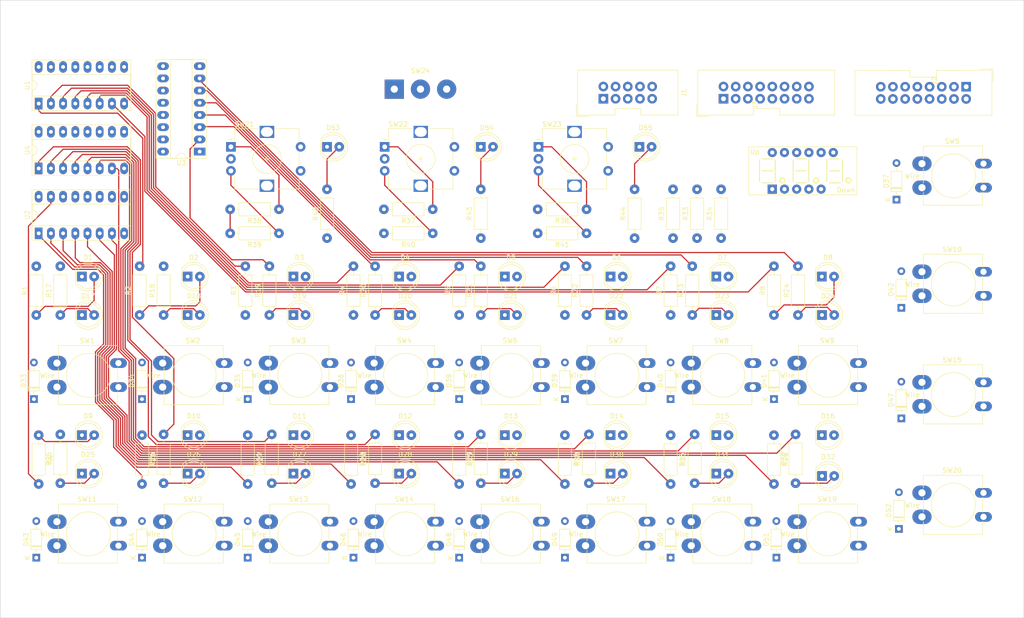
<source format=kicad_pcb>
(kicad_pcb (version 20171130) (host pcbnew 5.1.5+dfsg1-2build2)
  (layers (0 F.Cu signal) (31 B.Cu signal hide) (34 B.Paste user hide) (35 F.Paste user hide) (36 B.SilkS user hide) (37 F.SilkS user) (38 B.Mask user hide) (39 F.Mask user hide) (44 Edge.Cuts user))
  (net 0 "")
  (net 1 GND)
  (net 2 "Net-(D1-Pad2)")
  (net 3 "Net-(D2-Pad2)")
  (net 4 "Net-(D3-Pad2)")
  (net 5 "Net-(D4-Pad2)")
  (net 6 "Net-(D5-Pad2)")
  (net 7 "Net-(D6-Pad2)")
  (net 8 "Net-(D7-Pad2)")
  (net 9 "Net-(D8-Pad2)")
  (net 10 "Net-(D9-Pad2)")
  (net 11 "Net-(D10-Pad2)")
  (net 12 "Net-(D11-Pad2)")
  (net 13 "Net-(D12-Pad2)")
  (net 14 "Net-(D13-Pad2)")
  (net 15 "Net-(D14-Pad2)")
  (net 16 "Net-(D15-Pad2)")
  (net 17 "Net-(D16-Pad2)")
  (net 18 "Net-(D17-Pad2)")
  (net 19 "Net-(D18-Pad2)")
  (net 20 "Net-(D19-Pad2)")
  (net 21 "Net-(D20-Pad2)")
  (net 22 "Net-(D21-Pad2)")
  (net 23 "Net-(D22-Pad2)")
  (net 24 "Net-(D23-Pad2)")
  (net 25 "Net-(D24-Pad2)")
  (net 26 "Net-(D25-Pad2)")
  (net 27 "Net-(D26-Pad2)")
  (net 28 "Net-(D27-Pad2)")
  (net 29 "Net-(D28-Pad2)")
  (net 30 "Net-(D29-Pad2)")
  (net 31 "Net-(D30-Pad2)")
  (net 32 "Net-(D31-Pad2)")
  (net 33 "Net-(D32-Pad2)")
  (net 34 "Net-(D33-Pad2)")
  (net 35 1)
  (net 36 "Net-(D34-Pad2)")
  (net 37 "Net-(D35-Pad2)")
  (net 38 "Net-(D36-Pad2)")
  (net 39 "Net-(D37-Pad2)")
  (net 40 "Net-(D38-Pad2)")
  (net 41 2)
  (net 42 "Net-(D39-Pad2)")
  (net 43 "Net-(D40-Pad2)")
  (net 44 "Net-(D41-Pad2)")
  (net 45 "Net-(D42-Pad2)")
  (net 46 3)
  (net 47 "Net-(D43-Pad2)")
  (net 48 "Net-(D44-Pad2)")
  (net 49 "Net-(D45-Pad2)")
  (net 50 "Net-(D46-Pad2)")
  (net 51 "Net-(D47-Pad2)")
  (net 52 4)
  (net 53 "Net-(D48-Pad2)")
  (net 54 "Net-(D49-Pad2)")
  (net 55 "Net-(D50-Pad2)")
  (net 56 "Net-(D51-Pad2)")
  (net 57 "Net-(D52-Pad2)")
  (net 58 A)
  (net 59 B)
  (net 60 C)
  (net 61 Data_1)
  (net 62 Clock_1)
  (net 63 Latch_1)
  (net 64 Data_2)
  (net 65 Clock_2)
  (net 66 Latch_2)
  (net 67 E)
  (net 68 D)
  (net 69 +5V)
  (net 70 "Net-(R1-Pad2)")
  (net 71 "Net-(R2-Pad2)")
  (net 72 "Net-(R3-Pad2)")
  (net 73 "Net-(R4-Pad2)")
  (net 74 "Net-(R5-Pad2)")
  (net 75 "Net-(R6-Pad2)")
  (net 76 "Net-(R7-Pad2)")
  (net 77 "Net-(R8-Pad2)")
  (net 78 "Net-(R9-Pad2)")
  (net 79 "Net-(R10-Pad2)")
  (net 80 "Net-(R11-Pad2)")
  (net 81 "Net-(R12-Pad2)")
  (net 82 "Net-(R13-Pad2)")
  (net 83 "Net-(R14-Pad2)")
  (net 84 "Net-(R15-Pad2)")
  (net 85 "Net-(R16-Pad2)")
  (net 86 "Net-(R17-Pad2)")
  (net 87 "Net-(R18-Pad2)")
  (net 88 "Net-(R19-Pad2)")
  (net 89 "Net-(R20-Pad2)")
  (net 90 "Net-(R21-Pad2)")
  (net 91 "Net-(R22-Pad2)")
  (net 92 "Net-(R23-Pad2)")
  (net 93 "Net-(R24-Pad2)")
  (net 94 "Net-(R25-Pad2)")
  (net 95 "Net-(R26-Pad2)")
  (net 96 "Net-(R27-Pad2)")
  (net 97 "Net-(R28-Pad2)")
  (net 98 "Net-(R29-Pad2)")
  (net 99 "Net-(R30-Pad2)")
  (net 100 "Net-(R31-Pad2)")
  (net 101 "Net-(R32-Pad2)")
  (net 102 "Net-(U1-Pad9)")
  (net 103 "Net-(U2-Pad9)")
  (net 104 "Net-(U3-Pad9)")
  (net 105 "Net-(U4-Pad9)")
  (net 106 "Net-(D53-Pad2)")
  (net 107 "Net-(D54-Pad2)")
  (net 108 "Net-(D55-Pad2)")
  (net 109 Selector_pin)
  (net 110 ecdr_clock_3)
  (net 111 ecdr_sw_3)
  (net 112 ecdr_data_3)
  (net 113 ecdr_led_3)
  (net 114 ecdr_led_2)
  (net 115 ecdr_data_2)
  (net 116 ecdr_sw_2)
  (net 117 ecdr_clock_2)
  (net 118 ecdr_led_1)
  (net 119 ecdr_data_1)
  (net 120 ecdr_sw_1)
  (net 121 ecdr_clock_1)
  (net 122 "Net-(R33-Pad2)")
  (net 123 Screen_CA1)
  (net 124 "Net-(R34-Pad2)")
  (net 125 Screen_CA2)
  (net 126 "Net-(R35-Pad2)")
  (net 127 Screen_CA3)
  (net 128 Screen_B)
  (net 129 Screen_F)
  (net 130 Screen_A)
  (net 131 Screen_G)
  (net 132 Screen_C)
  (net 133 Screen_DP)
  (net 134 Screen_D)
  (net 135 Screen_E)
  (module 00_Mes_empreintes:SolderWirePad_1x03_Drill1.5mm (layer F.Cu) (at 109 54)
    (fp_text reference SW24 (at 5.445 -3.81) (layer F.SilkS))
    (fp_text value "Rotary_switch_8S.1P_(voltage_divider)")
    (pad 3 thru_hole circle (at 10.89 0) (size 4 4) (drill 1.50114) (layers *.Cu *.Mask) (net 1 GND))
    (pad 2 thru_hole circle (at 5.445 0) (size 4 4) (drill 1.50114) (layers *.Cu *.Mask) (net 109 Selector_pin))
    (pad 1 thru_hole rect (at 0 0) (size 4 4) (drill 1.50114) (layers *.Cu *.Mask) (net 69 +5V))
  )
  (module 00_Mes_empreintes:IDC-Header_2x05 (layer F.Cu) (at 152.5 56 270)
    (fp_text reference J1 (at -1.2 -16.8 270) (layer F.SilkS))
    (fp_text value "Data & Power")
    (pad 10 thru_hole circle (at -2.54 -10.16 90) (size 2 2) (drill 1.016) (layers *.Cu *.Mask) (net 129 Screen_F))
    (pad 9 thru_hole circle (at 0 -10.16 90) (size 2 2) (drill 1.016) (layers *.Cu *.Mask) (net 131 Screen_G))
    (pad 8 thru_hole circle (at -2.54 -7.62 90) (size 2 2) (drill 1.016) (layers *.Cu *.Mask) (net 1 GND))
    (pad 7 thru_hole circle (at 0 -7.62 90) (size 2 2) (drill 1.016) (layers *.Cu *.Mask) (net 1 GND))
    (pad 6 thru_hole circle (at -2.54 -5.08 90) (size 2 2) (drill 1.016) (layers *.Cu *.Mask) (net 69 +5V))
    (pad 5 thru_hole circle (at 0 -5.08 90) (size 2 2) (drill 1.016) (layers *.Cu *.Mask) (net 135 Screen_E))
    (pad 4 thru_hole circle (at -2.54 -2.54 90) (size 2 2) (drill 1.016) (layers *.Cu *.Mask) (net 134 Screen_D))
    (pad 3 thru_hole circle (at 0 -2.54 90) (size 2 2) (drill 1.016) (layers *.Cu *.Mask) (net 132 Screen_C))
    (pad 2 thru_hole circle (at -2.54 0 90) (size 2 2) (drill 1.016) (layers *.Cu *.Mask) (net 128 Screen_B))
    (pad 1 thru_hole rect (at 0 0 90) (size 2 2) (drill 1.016) (layers *.Cu *.Mask) (net 130 Screen_A))
  )
  (module 00_Mes_empreintes:7-Segment_2831AS (layer F.Cu) (at 194 71)
    (fp_text reference U5 (at 0 -6) (layer F.SilkS) (effects (font (thickness 0.015))))
    (fp_text value 7_segment_3_digit_2831AS)
    (fp_text user Up (at -10 -4) (layer F.SilkS))
    (fp_text user Down (at 9 4) (layer F.SilkS))
    (pad 12 thru_hole circle (at -6.35 -3.81) (size 1.905 1.905) (drill 0.8636) (layers *.Cu *.Mask) (net 128 Screen_B))
    (pad 11 thru_hole circle (at -3.81 -3.81) (size 1.905 1.905) (drill 0.8636) (layers *.Cu *.Mask) (net 126 "Net-(R35-Pad2)"))
    (pad 10 thru_hole circle (at -1.27 -3.81) (size 1.905 1.905) (drill 0.8636) (layers *.Cu *.Mask) (net 124 "Net-(R34-Pad2)"))
    (pad 9 thru_hole circle (at 1.27 -3.81) (size 1.905 1.905) (drill 0.8636) (layers *.Cu *.Mask) (net 129 Screen_F))
    (pad 8 thru_hole circle (at 3.81 -3.81) (size 1.905 1.905) (drill 0.8636) (layers *.Cu *.Mask) (net 130 Screen_A))
    (pad 7 thru_hole circle (at 6.35 -3.81) (size 1.905 1.905) (drill 0.8636) (layers *.Cu *.Mask) (net 122 "Net-(R33-Pad2)"))
    (pad 5 thru_hole circle (at 3.81 3.81) (size 1.905 1.905) (drill 0.8636) (layers *.Cu *.Mask) (net 131 Screen_G))
    (pad 4 thru_hole circle (at 1.27 3.81) (size 1.905 1.905) (drill 0.8636) (layers *.Cu *.Mask) (net 132 Screen_C))
    (pad 3 thru_hole circle (at -1.27 3.81) (size 1.905 1.905) (drill 0.8636) (layers *.Cu *.Mask) (net 133 Screen_DP))
    (pad 2 thru_hole circle (at -3.81 3.81) (size 1.905 1.905) (drill 0.8636) (layers *.Cu *.Mask) (net 134 Screen_D))
    (pad 1 thru_hole rect (at -6.35 3.81) (size 1.905 1.905) (drill 0.8636) (layers *.Cu *.Mask) (net 135 Screen_E))
  )
  (module 00_Mes_empreintes:RotaryEncoder (layer F.Cu) (at 107 66)
    (fp_text reference SW22 (at 2.8 -4.7) (layer F.SilkS))
    (fp_text value Rotary_Encoder_Switch)
    (pad A thru_hole rect (at 0 0) (size 2 2) (drill 1) (layers *.Cu *.Mask) (net 117 ecdr_clock_2))
    (pad C thru_hole circle (at 0 2.5) (size 2 2) (drill 1) (layers *.Cu *.Mask) (net 1 GND))
    (pad B thru_hole circle (at 0 5) (size 2 2) (drill 1) (layers *.Cu *.Mask) (net 115 ecdr_data_2))
    (pad MP thru_hole rect (at 7.5 -3.1) (size 3 2.5) (drill oval 2.5 2) (layers *.Cu *.Mask))
    (pad MP thru_hole rect (at 7.5 8.1) (size 3 2.5) (drill oval 2.5 2) (layers *.Cu *.Mask))
    (pad S1 thru_hole circle (at 14.5 0) (size 2 2) (drill 1) (layers *.Cu *.Mask) (net 116 ecdr_sw_2))
    (pad S2 thru_hole circle (at 14.5 5) (size 2 2) (drill 1) (layers *.Cu *.Mask) (net 1 GND))
  )
  (module 00_Mes_empreintes:RotaryEncoder (layer F.Cu) (at 139 66)
    (fp_text reference SW23 (at 2.8 -4.7) (layer F.SilkS))
    (fp_text value Rotary_Encoder_Switch)
    (pad A thru_hole rect (at 0 0) (size 2 2) (drill 1) (layers *.Cu *.Mask) (net 110 ecdr_clock_3))
    (pad C thru_hole circle (at 0 2.5) (size 2 2) (drill 1) (layers *.Cu *.Mask) (net 1 GND))
    (pad B thru_hole circle (at 0 5) (size 2 2) (drill 1) (layers *.Cu *.Mask) (net 112 ecdr_data_3))
    (pad MP thru_hole rect (at 7.5 -3.1) (size 3 2.5) (drill oval 2.5 2) (layers *.Cu *.Mask))
    (pad MP thru_hole rect (at 7.5 8.1) (size 3 2.5) (drill oval 2.5 2) (layers *.Cu *.Mask))
    (pad S1 thru_hole circle (at 14.5 0) (size 2 2) (drill 1) (layers *.Cu *.Mask) (net 111 ecdr_sw_3))
    (pad S2 thru_hole circle (at 14.5 5) (size 2 2) (drill 1) (layers *.Cu *.Mask) (net 1 GND))
  )
  (module 00_Mes_empreintes:RotaryEncoder (layer F.Cu) (at 75 66)
    (fp_text reference SW21 (at 2.8 -4.7) (layer F.SilkS))
    (fp_text value Rotary_Encoder_Switch)
    (pad A thru_hole rect (at 0 0) (size 2 2) (drill 1) (layers *.Cu *.Mask) (net 121 ecdr_clock_1))
    (pad C thru_hole circle (at 0 2.5) (size 2 2) (drill 1) (layers *.Cu *.Mask) (net 1 GND))
    (pad B thru_hole circle (at 0 5) (size 2 2) (drill 1) (layers *.Cu *.Mask) (net 119 ecdr_data_1))
    (pad MP thru_hole rect (at 7.5 -3.1) (size 3 2.5) (drill oval 2.5 2) (layers *.Cu *.Mask))
    (pad MP thru_hole rect (at 7.5 8.1) (size 3 2.5) (drill oval 2.5 2) (layers *.Cu *.Mask))
    (pad S1 thru_hole circle (at 14.5 0) (size 2 2) (drill 1) (layers *.Cu *.Mask) (net 120 ecdr_sw_1))
    (pad S2 thru_hole circle (at 14.5 5) (size 2 2) (drill 1) (layers *.Cu *.Mask) (net 1 GND))
  )
  (module 00_Mes_empreintes:Resistance (layer F.Cu) (at 159 85 90)
    (fp_text reference R44 (at 5.08 -2.37 90) (layer F.SilkS))
    (fp_text value 220)
    (pad 2 thru_hole circle (at 10.16 0 90) (size 2 2) (drill 0.8) (layers *.Cu *.Mask) (net 108 "Net-(D55-Pad2)"))
    (pad 1 thru_hole circle (at 0 0 90) (size 2 2) (drill 0.8) (layers *.Cu *.Mask) (net 113 ecdr_led_3))
  )
  (module 00_Mes_empreintes:Resistance (layer F.Cu) (at 127 85 90)
    (fp_text reference R43 (at 5.08 -2.37 90) (layer F.SilkS))
    (fp_text value 220)
    (pad 2 thru_hole circle (at 10.16 0 90) (size 2 2) (drill 0.8) (layers *.Cu *.Mask) (net 107 "Net-(D54-Pad2)"))
    (pad 1 thru_hole circle (at 0 0 90) (size 2 2) (drill 0.8) (layers *.Cu *.Mask) (net 114 ecdr_led_2))
  )
  (module 00_Mes_empreintes:Resistance (layer F.Cu) (at 95 85 90)
    (fp_text reference R42 (at 5.08 -2.37 90) (layer F.SilkS))
    (fp_text value 220)
    (pad 2 thru_hole circle (at 10.16 0 90) (size 2 2) (drill 0.8) (layers *.Cu *.Mask) (net 106 "Net-(D53-Pad2)"))
    (pad 1 thru_hole circle (at 0 0 90) (size 2 2) (drill 0.8) (layers *.Cu *.Mask) (net 118 ecdr_led_1))
  )
  (module 00_Mes_empreintes:Resistance (layer F.Cu) (at 149 84 180)
    (fp_text reference R41 (at 5.08 -2.37) (layer F.SilkS))
    (fp_text value 50k)
    (pad 2 thru_hole circle (at 10.16 0 180) (size 2 2) (drill 0.8) (layers *.Cu *.Mask) (net 69 +5V))
    (pad 1 thru_hole circle (at 0 0 180) (size 2 2) (drill 0.8) (layers *.Cu *.Mask) (net 112 ecdr_data_3))
  )
  (module 00_Mes_empreintes:Resistance (layer F.Cu) (at 117 84 180)
    (fp_text reference R40 (at 5.08 -2.37) (layer F.SilkS))
    (fp_text value 50k)
    (pad 2 thru_hole circle (at 10.16 0 180) (size 2 2) (drill 0.8) (layers *.Cu *.Mask) (net 69 +5V))
    (pad 1 thru_hole circle (at 0 0 180) (size 2 2) (drill 0.8) (layers *.Cu *.Mask) (net 115 ecdr_data_2))
  )
  (module 00_Mes_empreintes:Resistance (layer F.Cu) (at 85 84 180)
    (fp_text reference R39 (at 5.08 -2.37) (layer F.SilkS))
    (fp_text value 50k)
    (pad 2 thru_hole circle (at 10.16 0 180) (size 2 2) (drill 0.8) (layers *.Cu *.Mask) (net 69 +5V))
    (pad 1 thru_hole circle (at 0 0 180) (size 2 2) (drill 0.8) (layers *.Cu *.Mask) (net 119 ecdr_data_1))
  )
  (module 00_Mes_empreintes:Resistance (layer F.Cu) (at 149 79 180)
    (fp_text reference R38 (at 5.08 -2.37) (layer F.SilkS))
    (fp_text value 50k)
    (pad 2 thru_hole circle (at 10.16 0 180) (size 2 2) (drill 0.8) (layers *.Cu *.Mask) (net 69 +5V))
    (pad 1 thru_hole circle (at 0 0 180) (size 2 2) (drill 0.8) (layers *.Cu *.Mask) (net 110 ecdr_clock_3))
  )
  (module 00_Mes_empreintes:Resistance (layer F.Cu) (at 117 79 180)
    (fp_text reference R37 (at 5.08 -2.37) (layer F.SilkS))
    (fp_text value 50k)
    (pad 2 thru_hole circle (at 10.16 0 180) (size 2 2) (drill 0.8) (layers *.Cu *.Mask) (net 69 +5V))
    (pad 1 thru_hole circle (at 0 0 180) (size 2 2) (drill 0.8) (layers *.Cu *.Mask) (net 117 ecdr_clock_2))
  )
  (module 00_Mes_empreintes:Resistance (layer F.Cu) (at 85 79 180)
    (fp_text reference R36 (at 5.08 -2.37) (layer F.SilkS))
    (fp_text value 50k)
    (pad 2 thru_hole circle (at 10.16 0 180) (size 2 2) (drill 0.8) (layers *.Cu *.Mask) (net 69 +5V))
    (pad 1 thru_hole circle (at 0 0 180) (size 2 2) (drill 0.8) (layers *.Cu *.Mask) (net 121 ecdr_clock_1))
  )
  (module 00_Mes_empreintes:Resistance (layer F.Cu) (at 167 85 90)
    (fp_text reference R35 (at 5.08 -2.37 90) (layer F.SilkS))
    (fp_text value ?)
    (pad 2 thru_hole circle (at 10.16 0 90) (size 2 2) (drill 0.8) (layers *.Cu *.Mask) (net 126 "Net-(R35-Pad2)"))
    (pad 1 thru_hole circle (at 0 0 90) (size 2 2) (drill 0.8) (layers *.Cu *.Mask) (net 127 Screen_CA3))
  )
  (module 00_Mes_empreintes:Resistance (layer F.Cu) (at 177 85 90)
    (fp_text reference R34 (at 5.08 -2.37 90) (layer F.SilkS))
    (fp_text value ?)
    (pad 2 thru_hole circle (at 10.16 0 90) (size 2 2) (drill 0.8) (layers *.Cu *.Mask) (net 124 "Net-(R34-Pad2)"))
    (pad 1 thru_hole circle (at 0 0 90) (size 2 2) (drill 0.8) (layers *.Cu *.Mask) (net 125 Screen_CA2))
  )
  (module 00_Mes_empreintes:Resistance (layer F.Cu) (at 172 85 90)
    (fp_text reference R33 (at 5.08 -2.37 90) (layer F.SilkS))
    (fp_text value ?)
    (pad 2 thru_hole circle (at 10.16 0 90) (size 2 2) (drill 0.8) (layers *.Cu *.Mask) (net 122 "Net-(R33-Pad2)"))
    (pad 1 thru_hole circle (at 0 0 90) (size 2 2) (drill 0.8) (layers *.Cu *.Mask) (net 123 Screen_CA1))
  )
  (module 00_Mes_empreintes:IDC-Header_2x08 (layer F.Cu) (at 177.5 56 270)
    (fp_text reference J3 (at 1.27 -6.604 90) (layer F.SilkS))
    (fp_text value "Data 3")
    (pad 16 thru_hole circle (at -2.54 -17.78 90) (size 2 2) (drill 1.016) (layers *.Cu *.Mask) (net 110 ecdr_clock_3))
    (pad 15 thru_hole circle (at 0 -17.78 90) (size 2 2) (drill 1.016) (layers *.Cu *.Mask) (net 111 ecdr_sw_3))
    (pad 14 thru_hole circle (at -2.54 -15.24 90) (size 2 2) (drill 1.016) (layers *.Cu *.Mask) (net 112 ecdr_data_3))
    (pad 13 thru_hole circle (at 0 -15.24 90) (size 2 2) (drill 1.016) (layers *.Cu *.Mask) (net 113 ecdr_led_3))
    (pad 12 thru_hole circle (at -2.54 -12.7 90) (size 2 2) (drill 1.016) (layers *.Cu *.Mask) (net 123 Screen_CA1))
    (pad 11 thru_hole circle (at 0 -12.7 90) (size 2 2) (drill 1.016) (layers *.Cu *.Mask) (net 125 Screen_CA2))
    (pad 10 thru_hole circle (at -2.54 -10.16 90) (size 2 2) (drill 1.016) (layers *.Cu *.Mask) (net 127 Screen_CA3))
    (pad 9 thru_hole circle (at 0 -10.16 90) (size 2 2) (drill 1.016) (layers *.Cu *.Mask) (net 133 Screen_DP))
    (pad 8 thru_hole circle (at -2.54 -7.62 90) (size 2 2) (drill 1.016) (layers *.Cu *.Mask) (net 114 ecdr_led_2))
    (pad 7 thru_hole circle (at 0 -7.62 90) (size 2 2) (drill 1.016) (layers *.Cu *.Mask) (net 115 ecdr_data_2))
    (pad 6 thru_hole circle (at -2.54 -5.08 90) (size 2 2) (drill 1.016) (layers *.Cu *.Mask) (net 116 ecdr_sw_2))
    (pad 5 thru_hole circle (at 0 -5.08 90) (size 2 2) (drill 1.016) (layers *.Cu *.Mask) (net 117 ecdr_clock_2))
    (pad 4 thru_hole circle (at -2.54 -2.54 90) (size 2 2) (drill 1.016) (layers *.Cu *.Mask) (net 118 ecdr_led_1))
    (pad 3 thru_hole circle (at 0 -2.54 90) (size 2 2) (drill 1.016) (layers *.Cu *.Mask) (net 119 ecdr_data_1))
    (pad 2 thru_hole circle (at -2.54 0 90) (size 2 2) (drill 1.016) (layers *.Cu *.Mask) (net 120 ecdr_sw_1))
    (pad 1 thru_hole rect (at 0 0 90) (size 2 2) (drill 1.016) (layers *.Cu *.Mask) (net 121 ecdr_clock_1))
  )
  (module 00_Mes_empreintes:LED_5.0mm (layer F.Cu) (at 160 66)
    (fp_text reference D55 (at 1.27 -3.96) (layer F.SilkS))
    (fp_text value LED)
    (pad 1 thru_hole rect (at 0 0) (size 2 2) (drill 0.8) (layers *.Cu *.Mask) (net 1 GND))
    (pad 2 thru_hole circle (at 2.54 0) (size 2 2) (drill 0.8) (layers *.Cu *.Mask) (net 108 "Net-(D55-Pad2)"))
  )
  (module 00_Mes_empreintes:LED_5.0mm (layer F.Cu) (at 127 66)
    (fp_text reference D54 (at 1.27 -3.96) (layer F.SilkS))
    (fp_text value LED)
    (pad 1 thru_hole rect (at 0 0) (size 2 2) (drill 0.8) (layers *.Cu *.Mask) (net 1 GND))
    (pad 2 thru_hole circle (at 2.54 0) (size 2 2) (drill 0.8) (layers *.Cu *.Mask) (net 107 "Net-(D54-Pad2)"))
  )
  (module 00_Mes_empreintes:LED_5.0mm (layer F.Cu) (at 95 66)
    (fp_text reference D53 (at 1.27 -3.96) (layer F.SilkS))
    (fp_text value LED)
    (pad 1 thru_hole rect (at 0 0) (size 2 2) (drill 0.8) (layers *.Cu *.Mask) (net 1 GND))
    (pad 2 thru_hole circle (at 2.54 0) (size 2 2) (drill 0.8) (layers *.Cu *.Mask) (net 106 "Net-(D53-Pad2)"))
  )
  (module 00_Mes_empreintes:LED_5.0mm (layer F.Cu) (at 44 93)
    (fp_text reference D1 (at 1.27 -3.96) (layer F.SilkS))
    (fp_text value LED_BLUE)
    (pad 1 thru_hole rect (at 0 0) (size 2 2) (drill 0.8) (layers *.Cu *.Mask) (net 1 GND))
    (pad 2 thru_hole circle (at 2.54 0) (size 2 2) (drill 0.8) (layers *.Cu *.Mask) (net 2 "Net-(D1-Pad2)"))
  )
  (module 00_Mes_empreintes:LED_5.0mm (layer F.Cu) (at 66 93)
    (fp_text reference D2 (at 1.27 -3.96) (layer F.SilkS))
    (fp_text value LED_BLUE)
    (pad 1 thru_hole rect (at 0 0) (size 2 2) (drill 0.8) (layers *.Cu *.Mask) (net 1 GND))
    (pad 2 thru_hole circle (at 2.54 0) (size 2 2) (drill 0.8) (layers *.Cu *.Mask) (net 3 "Net-(D2-Pad2)"))
  )
  (module 00_Mes_empreintes:LED_5.0mm (layer F.Cu) (at 88 93)
    (fp_text reference D3 (at 1.27 -3.96) (layer F.SilkS))
    (fp_text value LED_BLUE)
    (pad 1 thru_hole rect (at 0 0) (size 2 2) (drill 0.8) (layers *.Cu *.Mask) (net 1 GND))
    (pad 2 thru_hole circle (at 2.54 0) (size 2 2) (drill 0.8) (layers *.Cu *.Mask) (net 4 "Net-(D3-Pad2)"))
  )
  (module 00_Mes_empreintes:LED_5.0mm (layer F.Cu) (at 110 93)
    (fp_text reference D4 (at 1.27 -3.96) (layer F.SilkS))
    (fp_text value LED_BLUE)
    (pad 1 thru_hole rect (at 0 0) (size 2 2) (drill 0.8) (layers *.Cu *.Mask) (net 1 GND))
    (pad 2 thru_hole circle (at 2.54 0) (size 2 2) (drill 0.8) (layers *.Cu *.Mask) (net 5 "Net-(D4-Pad2)"))
  )
  (module 00_Mes_empreintes:LED_5.0mm (layer F.Cu) (at 132 93)
    (fp_text reference D5 (at 1.27 -3.96) (layer F.SilkS))
    (fp_text value LED_BLUE)
    (pad 1 thru_hole rect (at 0 0) (size 2 2) (drill 0.8) (layers *.Cu *.Mask) (net 1 GND))
    (pad 2 thru_hole circle (at 2.54 0) (size 2 2) (drill 0.8) (layers *.Cu *.Mask) (net 6 "Net-(D5-Pad2)"))
  )
  (module 00_Mes_empreintes:LED_5.0mm (layer F.Cu) (at 154 93)
    (fp_text reference D6 (at 1.27 -3.96) (layer F.SilkS))
    (fp_text value LED_BLUE)
    (pad 1 thru_hole rect (at 0 0) (size 2 2) (drill 0.8) (layers *.Cu *.Mask) (net 1 GND))
    (pad 2 thru_hole circle (at 2.54 0) (size 2 2) (drill 0.8) (layers *.Cu *.Mask) (net 7 "Net-(D6-Pad2)"))
  )
  (module 00_Mes_empreintes:LED_5.0mm (layer F.Cu) (at 176 93)
    (fp_text reference D7 (at 1.27 -3.96) (layer F.SilkS))
    (fp_text value LED_BLUE)
    (pad 1 thru_hole rect (at 0 0) (size 2 2) (drill 0.8) (layers *.Cu *.Mask) (net 1 GND))
    (pad 2 thru_hole circle (at 2.54 0) (size 2 2) (drill 0.8) (layers *.Cu *.Mask) (net 8 "Net-(D7-Pad2)"))
  )
  (module 00_Mes_empreintes:LED_5.0mm (layer F.Cu) (at 197.96 93)
    (fp_text reference D8 (at 1.27 -3.96) (layer F.SilkS))
    (fp_text value LED_BLUE)
    (pad 1 thru_hole rect (at 0 0) (size 2 2) (drill 0.8) (layers *.Cu *.Mask) (net 1 GND))
    (pad 2 thru_hole circle (at 2.54 0) (size 2 2) (drill 0.8) (layers *.Cu *.Mask) (net 9 "Net-(D8-Pad2)"))
  )
  (module 00_Mes_empreintes:LED_5.0mm (layer F.Cu) (at 44 126)
    (fp_text reference D9 (at 1.27 -3.96) (layer F.SilkS))
    (fp_text value LED_BLUE)
    (pad 1 thru_hole rect (at 0 0) (size 2 2) (drill 0.8) (layers *.Cu *.Mask) (net 1 GND))
    (pad 2 thru_hole circle (at 2.54 0) (size 2 2) (drill 0.8) (layers *.Cu *.Mask) (net 10 "Net-(D9-Pad2)"))
  )
  (module 00_Mes_empreintes:LED_5.0mm (layer F.Cu) (at 66 126)
    (fp_text reference D10 (at 1.27 -3.96) (layer F.SilkS))
    (fp_text value LED_BLUE)
    (pad 1 thru_hole rect (at 0 0) (size 2 2) (drill 0.8) (layers *.Cu *.Mask) (net 1 GND))
    (pad 2 thru_hole circle (at 2.54 0) (size 2 2) (drill 0.8) (layers *.Cu *.Mask) (net 11 "Net-(D10-Pad2)"))
  )
  (module 00_Mes_empreintes:LED_5.0mm (layer F.Cu) (at 88 126)
    (fp_text reference D11 (at 1.27 -3.96) (layer F.SilkS))
    (fp_text value LED_BLUE)
    (pad 1 thru_hole rect (at 0 0) (size 2 2) (drill 0.8) (layers *.Cu *.Mask) (net 1 GND))
    (pad 2 thru_hole circle (at 2.54 0) (size 2 2) (drill 0.8) (layers *.Cu *.Mask) (net 12 "Net-(D11-Pad2)"))
  )
  (module 00_Mes_empreintes:LED_5.0mm (layer F.Cu) (at 110 126)
    (fp_text reference D12 (at 1.27 -3.96) (layer F.SilkS))
    (fp_text value LED_BLUE)
    (pad 1 thru_hole rect (at 0 0) (size 2 2) (drill 0.8) (layers *.Cu *.Mask) (net 1 GND))
    (pad 2 thru_hole circle (at 2.54 0) (size 2 2) (drill 0.8) (layers *.Cu *.Mask) (net 13 "Net-(D12-Pad2)"))
  )
  (module 00_Mes_empreintes:LED_5.0mm (layer F.Cu) (at 132 126)
    (fp_text reference D13 (at 1.27 -3.96) (layer F.SilkS))
    (fp_text value LED_BLUE)
    (pad 1 thru_hole rect (at 0 0) (size 2 2) (drill 0.8) (layers *.Cu *.Mask) (net 1 GND))
    (pad 2 thru_hole circle (at 2.54 0) (size 2 2) (drill 0.8) (layers *.Cu *.Mask) (net 14 "Net-(D13-Pad2)"))
  )
  (module 00_Mes_empreintes:LED_5.0mm (layer F.Cu) (at 154 126)
    (fp_text reference D14 (at 1.27 -3.96) (layer F.SilkS))
    (fp_text value LED_BLUE)
    (pad 1 thru_hole rect (at 0 0) (size 2 2) (drill 0.8) (layers *.Cu *.Mask) (net 1 GND))
    (pad 2 thru_hole circle (at 2.54 0) (size 2 2) (drill 0.8) (layers *.Cu *.Mask) (net 15 "Net-(D14-Pad2)"))
  )
  (module 00_Mes_empreintes:LED_5.0mm (layer F.Cu) (at 176 126)
    (fp_text reference D15 (at 1.27 -3.96) (layer F.SilkS))
    (fp_text value LED_BLUE)
    (pad 1 thru_hole rect (at 0 0) (size 2 2) (drill 0.8) (layers *.Cu *.Mask) (net 1 GND))
    (pad 2 thru_hole circle (at 2.54 0) (size 2 2) (drill 0.8) (layers *.Cu *.Mask) (net 16 "Net-(D15-Pad2)"))
  )
  (module 00_Mes_empreintes:LED_5.0mm (layer F.Cu) (at 197.96 126)
    (fp_text reference D16 (at 1.27 -3.96) (layer F.SilkS))
    (fp_text value LED_BLUE)
    (pad 1 thru_hole rect (at 0 0) (size 2 2) (drill 0.8) (layers *.Cu *.Mask) (net 1 GND))
    (pad 2 thru_hole circle (at 2.54 0) (size 2 2) (drill 0.8) (layers *.Cu *.Mask) (net 17 "Net-(D16-Pad2)"))
  )
  (module 00_Mes_empreintes:LED_5.0mm (layer F.Cu) (at 44 101)
    (fp_text reference D17 (at 1.27 -3.96) (layer F.SilkS))
    (fp_text value LED_GREEN)
    (pad 1 thru_hole rect (at 0 0) (size 2 2) (drill 0.8) (layers *.Cu *.Mask) (net 1 GND))
    (pad 2 thru_hole circle (at 2.54 0) (size 2 2) (drill 0.8) (layers *.Cu *.Mask) (net 18 "Net-(D17-Pad2)"))
  )
  (module 00_Mes_empreintes:LED_5.0mm (layer F.Cu) (at 66 101)
    (fp_text reference D18 (at 1.27 -3.96) (layer F.SilkS))
    (fp_text value LED_GREEN)
    (pad 1 thru_hole rect (at 0 0) (size 2 2) (drill 0.8) (layers *.Cu *.Mask) (net 1 GND))
    (pad 2 thru_hole circle (at 2.54 0) (size 2 2) (drill 0.8) (layers *.Cu *.Mask) (net 19 "Net-(D18-Pad2)"))
  )
  (module 00_Mes_empreintes:LED_5.0mm (layer F.Cu) (at 88 101)
    (fp_text reference D19 (at 1.27 -3.96) (layer F.SilkS))
    (fp_text value LED_GREEN)
    (pad 1 thru_hole rect (at 0 0) (size 2 2) (drill 0.8) (layers *.Cu *.Mask) (net 1 GND))
    (pad 2 thru_hole circle (at 2.54 0) (size 2 2) (drill 0.8) (layers *.Cu *.Mask) (net 20 "Net-(D19-Pad2)"))
  )
  (module 00_Mes_empreintes:LED_5.0mm (layer F.Cu) (at 110 101)
    (fp_text reference D20 (at 1.27 -3.96) (layer F.SilkS))
    (fp_text value LED_GREEN)
    (pad 1 thru_hole rect (at 0 0) (size 2 2) (drill 0.8) (layers *.Cu *.Mask) (net 1 GND))
    (pad 2 thru_hole circle (at 2.54 0) (size 2 2) (drill 0.8) (layers *.Cu *.Mask) (net 21 "Net-(D20-Pad2)"))
  )
  (module 00_Mes_empreintes:LED_5.0mm (layer F.Cu) (at 132 101)
    (fp_text reference D21 (at 1.27 -3.96) (layer F.SilkS))
    (fp_text value LED_GREEN)
    (pad 1 thru_hole rect (at 0 0) (size 2 2) (drill 0.8) (layers *.Cu *.Mask) (net 1 GND))
    (pad 2 thru_hole circle (at 2.54 0) (size 2 2) (drill 0.8) (layers *.Cu *.Mask) (net 22 "Net-(D21-Pad2)"))
  )
  (module 00_Mes_empreintes:LED_5.0mm (layer F.Cu) (at 154 101)
    (fp_text reference D22 (at 1.27 -3.96) (layer F.SilkS))
    (fp_text value LED_GREEN)
    (pad 1 thru_hole rect (at 0 0) (size 2 2) (drill 0.8) (layers *.Cu *.Mask) (net 1 GND))
    (pad 2 thru_hole circle (at 2.54 0) (size 2 2) (drill 0.8) (layers *.Cu *.Mask) (net 23 "Net-(D22-Pad2)"))
  )
  (module 00_Mes_empreintes:LED_5.0mm (layer F.Cu) (at 176 101)
    (fp_text reference D23 (at 1.27 -3.96) (layer F.SilkS))
    (fp_text value LED_GREEN)
    (pad 1 thru_hole rect (at 0 0) (size 2 2) (drill 0.8) (layers *.Cu *.Mask) (net 1 GND))
    (pad 2 thru_hole circle (at 2.54 0) (size 2 2) (drill 0.8) (layers *.Cu *.Mask) (net 24 "Net-(D23-Pad2)"))
  )
  (module 00_Mes_empreintes:LED_5.0mm (layer F.Cu) (at 198 101)
    (fp_text reference D24 (at 1.27 -3.96) (layer F.SilkS))
    (fp_text value LED_GREEN)
    (pad 1 thru_hole rect (at 0 0) (size 2 2) (drill 0.8) (layers *.Cu *.Mask) (net 1 GND))
    (pad 2 thru_hole circle (at 2.54 0) (size 2 2) (drill 0.8) (layers *.Cu *.Mask) (net 25 "Net-(D24-Pad2)"))
  )
  (module 00_Mes_empreintes:LED_5.0mm (layer F.Cu) (at 44 134)
    (fp_text reference D25 (at 1.27 -3.96) (layer F.SilkS))
    (fp_text value LED_GREEN)
    (pad 1 thru_hole rect (at 0 0) (size 2 2) (drill 0.8) (layers *.Cu *.Mask) (net 1 GND))
    (pad 2 thru_hole circle (at 2.54 0) (size 2 2) (drill 0.8) (layers *.Cu *.Mask) (net 26 "Net-(D25-Pad2)"))
  )
  (module 00_Mes_empreintes:LED_5.0mm (layer F.Cu) (at 66 134)
    (fp_text reference D26 (at 1.27 -3.96) (layer F.SilkS))
    (fp_text value LED_GREEN)
    (pad 1 thru_hole rect (at 0 0) (size 2 2) (drill 0.8) (layers *.Cu *.Mask) (net 1 GND))
    (pad 2 thru_hole circle (at 2.54 0) (size 2 2) (drill 0.8) (layers *.Cu *.Mask) (net 27 "Net-(D26-Pad2)"))
  )
  (module 00_Mes_empreintes:LED_5.0mm (layer F.Cu) (at 88 134)
    (fp_text reference D27 (at 1.27 -3.96) (layer F.SilkS))
    (fp_text value LED_GREEN)
    (pad 1 thru_hole rect (at 0 0) (size 2 2) (drill 0.8) (layers *.Cu *.Mask) (net 1 GND))
    (pad 2 thru_hole circle (at 2.54 0) (size 2 2) (drill 0.8) (layers *.Cu *.Mask) (net 28 "Net-(D27-Pad2)"))
  )
  (module 00_Mes_empreintes:LED_5.0mm (layer F.Cu) (at 110 134)
    (fp_text reference D28 (at 1.27 -3.96) (layer F.SilkS))
    (fp_text value LED_GREEN)
    (pad 1 thru_hole rect (at 0 0) (size 2 2) (drill 0.8) (layers *.Cu *.Mask) (net 1 GND))
    (pad 2 thru_hole circle (at 2.54 0) (size 2 2) (drill 0.8) (layers *.Cu *.Mask) (net 29 "Net-(D28-Pad2)"))
  )
  (module 00_Mes_empreintes:LED_5.0mm (layer F.Cu) (at 132 134)
    (fp_text reference D29 (at 1.27 -3.96) (layer F.SilkS))
    (fp_text value LED_GREEN)
    (pad 1 thru_hole rect (at 0 0) (size 2 2) (drill 0.8) (layers *.Cu *.Mask) (net 1 GND))
    (pad 2 thru_hole circle (at 2.54 0) (size 2 2) (drill 0.8) (layers *.Cu *.Mask) (net 30 "Net-(D29-Pad2)"))
  )
  (module 00_Mes_empreintes:LED_5.0mm (layer F.Cu) (at 154 134)
    (fp_text reference D30 (at 1.27 -3.96) (layer F.SilkS))
    (fp_text value LED_GREEN)
    (pad 1 thru_hole rect (at 0 0) (size 2 2) (drill 0.8) (layers *.Cu *.Mask) (net 1 GND))
    (pad 2 thru_hole circle (at 2.54 0) (size 2 2) (drill 0.8) (layers *.Cu *.Mask) (net 31 "Net-(D30-Pad2)"))
  )
  (module 00_Mes_empreintes:LED_5.0mm (layer F.Cu) (at 176 134)
    (fp_text reference D31 (at 1.27 -3.96) (layer F.SilkS))
    (fp_text value LED_GREEN)
    (pad 1 thru_hole rect (at 0 0) (size 2 2) (drill 0.8) (layers *.Cu *.Mask) (net 1 GND))
    (pad 2 thru_hole circle (at 2.54 0) (size 2 2) (drill 0.8) (layers *.Cu *.Mask) (net 32 "Net-(D31-Pad2)"))
  )
  (module 00_Mes_empreintes:LED_5.0mm (layer F.Cu) (at 198 134.5)
    (fp_text reference D32 (at 1.27 -3.96) (layer F.SilkS))
    (fp_text value LED_GREEN)
    (pad 1 thru_hole rect (at 0 0) (size 2 2) (drill 0.8) (layers *.Cu *.Mask) (net 1 GND))
    (pad 2 thru_hole circle (at 2.54 0) (size 2 2) (drill 0.8) (layers *.Cu *.Mask) (net 33 "Net-(D32-Pad2)"))
  )
  (module Diode_THT:D_DO-35_SOD27_P7.62mm_Horizontal (layer F.Cu) (at 34 118.5 90)
    (fp_text reference D33 (at 3.81 -2.12 90) (layer F.SilkS))
    (fp_text value 1N4148)
    (pad 2 thru_hole oval (at 7.62 0 90) (size 1.6 1.6) (drill 0.8) (layers *.Cu *.Mask) (net 34 "Net-(D33-Pad2)"))
    (pad 1 thru_hole rect (at 0 0 90) (size 1.6 1.6) (drill 0.8) (layers *.Cu *.Mask) (net 35 1))
  )
  (module Diode_THT:D_DO-35_SOD27_P7.62mm_Horizontal (layer F.Cu) (at 56.5 118.5 90)
    (fp_text reference D34 (at 3.81 -2.12 90) (layer F.SilkS))
    (fp_text value 1N4148)
    (pad 2 thru_hole oval (at 7.62 0 90) (size 1.6 1.6) (drill 0.8) (layers *.Cu *.Mask) (net 36 "Net-(D34-Pad2)"))
    (pad 1 thru_hole rect (at 0 0 90) (size 1.6 1.6) (drill 0.8) (layers *.Cu *.Mask) (net 35 1))
  )
  (module Diode_THT:D_DO-35_SOD27_P7.62mm_Horizontal (layer F.Cu) (at 78.5 118.5 90)
    (fp_text reference D35 (at 3.81 -2.12 90) (layer F.SilkS))
    (fp_text value 1N4148)
    (fp_text user K (at 0 -1.8 90) (layer F.SilkS))
    (pad 2 thru_hole oval (at 7.62 0 90) (size 1.6 1.6) (drill 0.8) (layers *.Cu *.Mask) (net 37 "Net-(D35-Pad2)"))
    (pad 1 thru_hole rect (at 0 0 90) (size 1.6 1.6) (drill 0.8) (layers *.Cu *.Mask) (net 35 1))
  )
  (module Diode_THT:D_DO-35_SOD27_P7.62mm_Horizontal (layer F.Cu) (at 100 118.5 90)
    (fp_text reference D36 (at 3.81 -2.12 90) (layer F.SilkS))
    (fp_text value 1N4148)
    (pad 2 thru_hole oval (at 7.62 0 90) (size 1.6 1.6) (drill 0.8) (layers *.Cu *.Mask) (net 38 "Net-(D36-Pad2)"))
    (pad 1 thru_hole rect (at 0 0 90) (size 1.6 1.6) (drill 0.8) (layers *.Cu *.Mask) (net 35 1))
  )
  (module Diode_THT:D_DO-35_SOD27_P7.62mm_Horizontal (layer F.Cu) (at 213.5 77 90)
    (fp_text reference D37 (at 3.81 -2.12 90) (layer F.SilkS))
    (fp_text value 1N4148)
    (fp_text user K (at 0 -1.8 90) (layer F.SilkS))
    (pad 2 thru_hole oval (at 7.62 0 90) (size 1.6 1.6) (drill 0.8) (layers *.Cu *.Mask) (net 39 "Net-(D37-Pad2)"))
    (pad 1 thru_hole rect (at 0 0 90) (size 1.6 1.6) (drill 0.8) (layers *.Cu *.Mask) (net 35 1))
  )
  (module Diode_THT:D_DO-35_SOD27_P7.62mm_Horizontal (layer F.Cu) (at 122.5 118.5 90)
    (fp_text reference D38 (at 3.81 -2.12 90) (layer F.SilkS))
    (fp_text value 1N4148)
    (pad 2 thru_hole oval (at 7.62 0 90) (size 1.6 1.6) (drill 0.8) (layers *.Cu *.Mask) (net 40 "Net-(D38-Pad2)"))
    (pad 1 thru_hole rect (at 0 0 90) (size 1.6 1.6) (drill 0.8) (layers *.Cu *.Mask) (net 41 2))
  )
  (module Diode_THT:D_DO-35_SOD27_P7.62mm_Horizontal (layer F.Cu) (at 144.5 118.5 90)
    (fp_text reference D39 (at 3.81 -2.12 90) (layer F.SilkS))
    (fp_text value 1N4148)
    (fp_text user K (at 0 -1.8 90) (layer F.SilkS))
    (pad 2 thru_hole oval (at 7.62 0 90) (size 1.6 1.6) (drill 0.8) (layers *.Cu *.Mask) (net 42 "Net-(D39-Pad2)"))
    (pad 1 thru_hole rect (at 0 0 90) (size 1.6 1.6) (drill 0.8) (layers *.Cu *.Mask) (net 41 2))
  )
  (module Diode_THT:D_DO-35_SOD27_P7.62mm_Horizontal (layer F.Cu) (at 166.5 118.5 90)
    (fp_text reference D40 (at 3.81 -2.12 90) (layer F.SilkS))
    (fp_text value 1N4148)
    (pad 2 thru_hole oval (at 7.62 0 90) (size 1.6 1.6) (drill 0.8) (layers *.Cu *.Mask) (net 43 "Net-(D40-Pad2)"))
    (pad 1 thru_hole rect (at 0 0 90) (size 1.6 1.6) (drill 0.8) (layers *.Cu *.Mask) (net 41 2))
  )
  (module Diode_THT:D_DO-35_SOD27_P7.62mm_Horizontal (layer F.Cu) (at 188 118.5 90)
    (fp_text reference D41 (at 3.81 -2.12 90) (layer F.SilkS))
    (fp_text value 1N4148)
    (fp_text user K (at 0 -1.8 90) (layer F.SilkS))
    (pad 2 thru_hole oval (at 7.62 0 90) (size 1.6 1.6) (drill 0.8) (layers *.Cu *.Mask) (net 44 "Net-(D41-Pad2)"))
    (pad 1 thru_hole rect (at 0 0 90) (size 1.6 1.6) (drill 0.8) (layers *.Cu *.Mask) (net 41 2))
  )
  (module Diode_THT:D_DO-35_SOD27_P7.62mm_Horizontal (layer F.Cu) (at 214.5 99.5 90)
    (fp_text reference D42 (at 3.81 -2.12 90) (layer F.SilkS))
    (fp_text value 1N4148)
    (pad 1 thru_hole rect (at 0 0 90) (size 1.6 1.6) (drill 0.8) (layers *.Cu *.Mask) (net 41 2))
    (pad 2 thru_hole oval (at 7.62 0 90) (size 1.6 1.6) (drill 0.8) (layers *.Cu *.Mask) (net 45 "Net-(D42-Pad2)"))
  )
  (module Diode_THT:D_DO-35_SOD27_P7.62mm_Horizontal (layer F.Cu) (at 34.5 151.5 90)
    (fp_text reference D43 (at 3.81 -2.12 90) (layer F.SilkS))
    (fp_text value 1N4148)
    (fp_text user K (at 0 -1.8 90) (layer F.SilkS))
    (pad 2 thru_hole oval (at 7.62 0 90) (size 1.6 1.6) (drill 0.8) (layers *.Cu *.Mask) (net 47 "Net-(D43-Pad2)"))
    (pad 1 thru_hole rect (at 0 0 90) (size 1.6 1.6) (drill 0.8) (layers *.Cu *.Mask) (net 46 3))
  )
  (module Diode_THT:D_DO-35_SOD27_P7.62mm_Horizontal (layer F.Cu) (at 56.5 151.5 90)
    (fp_text reference D44 (at 3.81 -2.12 90) (layer F.SilkS))
    (fp_text value 1N4148)
    (fp_text user K (at 0 -1.8 90) (layer F.SilkS))
    (pad 2 thru_hole oval (at 7.62 0 90) (size 1.6 1.6) (drill 0.8) (layers *.Cu *.Mask) (net 48 "Net-(D44-Pad2)"))
    (pad 1 thru_hole rect (at 0 0 90) (size 1.6 1.6) (drill 0.8) (layers *.Cu *.Mask) (net 46 3))
  )
  (module Diode_THT:D_DO-35_SOD27_P7.62mm_Horizontal (layer F.Cu) (at 78.5 151.5 90)
    (fp_text reference D45 (at 3.81 -2.12 90) (layer F.SilkS))
    (fp_text value 1N4148)
    (pad 2 thru_hole oval (at 7.62 0 90) (size 1.6 1.6) (drill 0.8) (layers *.Cu *.Mask) (net 49 "Net-(D45-Pad2)"))
    (pad 1 thru_hole rect (at 0 0 90) (size 1.6 1.6) (drill 0.8) (layers *.Cu *.Mask) (net 46 3))
  )
  (module Diode_THT:D_DO-35_SOD27_P7.62mm_Horizontal (layer F.Cu) (at 100.5 151.5 90)
    (fp_text reference D46 (at 3.81 -2.12 90) (layer F.SilkS))
    (fp_text value 1N4148)
    (fp_text user K (at 0 -1.8 90) (layer F.SilkS))
    (pad 2 thru_hole oval (at 7.62 0 90) (size 1.6 1.6) (drill 0.8) (layers *.Cu *.Mask) (net 50 "Net-(D46-Pad2)"))
    (pad 1 thru_hole rect (at 0 0 90) (size 1.6 1.6) (drill 0.8) (layers *.Cu *.Mask) (net 46 3))
  )
  (module Diode_THT:D_DO-35_SOD27_P7.62mm_Horizontal (layer F.Cu) (at 214.5 122.5 90)
    (fp_text reference D47 (at 3.81 -2.12 90) (layer F.SilkS))
    (fp_text value 1N4148)
    (pad 2 thru_hole oval (at 7.62 0 90) (size 1.6 1.6) (drill 0.8) (layers *.Cu *.Mask) (net 51 "Net-(D47-Pad2)"))
    (pad 1 thru_hole rect (at 0 0 90) (size 1.6 1.6) (drill 0.8) (layers *.Cu *.Mask) (net 46 3))
  )
  (module Diode_THT:D_DO-35_SOD27_P7.62mm_Horizontal (layer F.Cu) (at 122.5 151.5 90)
    (fp_text reference D48 (at 3.81 -2.12 90) (layer F.SilkS))
    (fp_text value 1N4148)
    (fp_text user K (at 0 -1.8 90) (layer F.SilkS))
    (pad 2 thru_hole oval (at 7.62 0 90) (size 1.6 1.6) (drill 0.8) (layers *.Cu *.Mask) (net 53 "Net-(D48-Pad2)"))
    (pad 1 thru_hole rect (at 0 0 90) (size 1.6 1.6) (drill 0.8) (layers *.Cu *.Mask) (net 52 4))
  )
  (module Diode_THT:D_DO-35_SOD27_P7.62mm_Horizontal (layer F.Cu) (at 144.5 151.5 90)
    (fp_text reference D49 (at 3.81 -2.12 90) (layer F.SilkS))
    (fp_text value 1N4148)
    (pad 2 thru_hole oval (at 7.62 0 90) (size 1.6 1.6) (drill 0.8) (layers *.Cu *.Mask) (net 54 "Net-(D49-Pad2)"))
    (pad 1 thru_hole rect (at 0 0 90) (size 1.6 1.6) (drill 0.8) (layers *.Cu *.Mask) (net 52 4))
  )
  (module Diode_THT:D_DO-35_SOD27_P7.62mm_Horizontal (layer F.Cu) (at 166.5 151.5 90)
    (fp_text reference D50 (at 3.81 -2.12 90) (layer F.SilkS))
    (fp_text value 1N4148)
    (fp_text user K (at 0 -1.8 90) (layer F.SilkS))
    (pad 2 thru_hole oval (at 7.62 0 90) (size 1.6 1.6) (drill 0.8) (layers *.Cu *.Mask) (net 55 "Net-(D50-Pad2)"))
    (pad 1 thru_hole rect (at 0 0 90) (size 1.6 1.6) (drill 0.8) (layers *.Cu *.Mask) (net 52 4))
  )
  (module Diode_THT:D_DO-35_SOD27_P7.62mm_Horizontal (layer F.Cu) (at 188.5 151.5 90)
    (fp_text reference D51 (at 3.81 -2.12 90) (layer F.SilkS))
    (fp_text value 1N4148)
    (pad 2 thru_hole oval (at 7.62 0 90) (size 1.6 1.6) (drill 0.8) (layers *.Cu *.Mask) (net 56 "Net-(D51-Pad2)"))
    (pad 1 thru_hole rect (at 0 0 90) (size 1.6 1.6) (drill 0.8) (layers *.Cu *.Mask) (net 52 4))
  )
  (module Diode_THT:D_DO-35_SOD27_P7.62mm_Horizontal (layer F.Cu) (at 214 145.5 90)
    (fp_text reference D52 (at 3.81 -2.12 90) (layer F.SilkS))
    (fp_text value 1N4148)
    (fp_text user K (at 0 -1.8 90) (layer F.SilkS))
    (pad 2 thru_hole oval (at 7.62 0 90) (size 1.6 1.6) (drill 0.8) (layers *.Cu *.Mask) (net 57 "Net-(D52-Pad2)"))
    (pad 1 thru_hole rect (at 0 0 90) (size 1.6 1.6) (drill 0.8) (layers *.Cu *.Mask) (net 52 4))
  )
  (module 00_Mes_empreintes:IDC-Header_2x08 (layer F.Cu) (at 228 53.5 90)
    (fp_text reference J2 (at 1.27 -6.604 90) (layer F.SilkS))
    (fp_text value "Data 2")
    (pad 16 thru_hole circle (at -2.54 -17.78 270) (size 2 2) (drill 1.016) (layers *.Cu *.Mask) (net 68 D))
    (pad 15 thru_hole circle (at 0 -17.78 270) (size 2 2) (drill 1.016) (layers *.Cu *.Mask) (net 67 E))
    (pad 14 thru_hole circle (at -2.54 -15.24 270) (size 2 2) (drill 1.016) (layers *.Cu *.Mask) (net 66 Latch_2))
    (pad 13 thru_hole circle (at 0 -15.24 270) (size 2 2) (drill 1.016) (layers *.Cu *.Mask) (net 65 Clock_2))
    (pad 12 thru_hole circle (at -2.54 -12.7 270) (size 2 2) (drill 1.016) (layers *.Cu *.Mask) (net 64 Data_2))
    (pad 11 thru_hole circle (at 0 -12.7 270) (size 2 2) (drill 1.016) (layers *.Cu *.Mask) (net 63 Latch_1))
    (pad 10 thru_hole circle (at -2.54 -10.16 270) (size 2 2) (drill 1.016) (layers *.Cu *.Mask) (net 62 Clock_1))
    (pad 9 thru_hole circle (at 0 -10.16 270) (size 2 2) (drill 1.016) (layers *.Cu *.Mask) (net 61 Data_1))
    (pad 8 thru_hole circle (at -2.54 -7.62 270) (size 2 2) (drill 1.016) (layers *.Cu *.Mask) (net 60 C))
    (pad 7 thru_hole circle (at 0 -7.62 270) (size 2 2) (drill 1.016) (layers *.Cu *.Mask) (net 59 B))
    (pad 6 thru_hole circle (at -2.54 -5.08 270) (size 2 2) (drill 1.016) (layers *.Cu *.Mask) (net 58 A))
    (pad 5 thru_hole circle (at 0 -5.08 270) (size 2 2) (drill 1.016) (layers *.Cu *.Mask) (net 52 4))
    (pad 4 thru_hole circle (at -2.54 -2.54 270) (size 2 2) (drill 1.016) (layers *.Cu *.Mask) (net 46 3))
    (pad 3 thru_hole circle (at 0 -2.54 270) (size 2 2) (drill 1.016) (layers *.Cu *.Mask) (net 41 2))
    (pad 2 thru_hole circle (at -2.54 0 270) (size 2 2) (drill 1.016) (layers *.Cu *.Mask) (net 35 1))
    (pad 1 thru_hole rect (at 0 0 270) (size 2 2) (drill 1.016) (layers *.Cu *.Mask) (net 109 Selector_pin))
  )
  (module 00_Mes_empreintes:Resistance (layer F.Cu) (at 34.5 101 90)
    (fp_text reference R1 (at 5.08 -2.37 90) (layer F.SilkS))
    (fp_text value R)
    (pad 2 thru_hole circle (at 10.16 0 90) (size 2 2) (drill 0.8) (layers *.Cu *.Mask) (net 70 "Net-(R1-Pad2)"))
    (pad 1 thru_hole circle (at 0 0 90) (size 2 2) (drill 0.8) (layers *.Cu *.Mask) (net 2 "Net-(D1-Pad2)"))
  )
  (module 00_Mes_empreintes:Resistance (layer F.Cu) (at 56 101 90)
    (fp_text reference R2 (at 5.08 -2.37 90) (layer F.SilkS))
    (fp_text value R)
    (pad 2 thru_hole circle (at 10.16 0 90) (size 2 2) (drill 0.8) (layers *.Cu *.Mask) (net 71 "Net-(R2-Pad2)"))
    (pad 1 thru_hole circle (at 0 0 90) (size 2 2) (drill 0.8) (layers *.Cu *.Mask) (net 3 "Net-(D2-Pad2)"))
  )
  (module 00_Mes_empreintes:Resistance (layer F.Cu) (at 78 101 90)
    (fp_text reference R3 (at 5.08 -2.37 90) (layer F.SilkS))
    (fp_text value R)
    (pad 2 thru_hole circle (at 10.16 0 90) (size 2 2) (drill 0.8) (layers *.Cu *.Mask) (net 72 "Net-(R3-Pad2)"))
    (pad 1 thru_hole circle (at 0 0 90) (size 2 2) (drill 0.8) (layers *.Cu *.Mask) (net 4 "Net-(D3-Pad2)"))
  )
  (module 00_Mes_empreintes:Resistance (layer F.Cu) (at 100.5 101 90)
    (fp_text reference R4 (at 5.08 -2.37 90) (layer F.SilkS))
    (fp_text value R)
    (pad 2 thru_hole circle (at 10.16 0 90) (size 2 2) (drill 0.8) (layers *.Cu *.Mask) (net 73 "Net-(R4-Pad2)"))
    (pad 1 thru_hole circle (at 0 0 90) (size 2 2) (drill 0.8) (layers *.Cu *.Mask) (net 5 "Net-(D4-Pad2)"))
  )
  (module 00_Mes_empreintes:Resistance (layer F.Cu) (at 122.5 101 90)
    (fp_text reference R5 (at 5.08 -2.37 90) (layer F.SilkS))
    (fp_text value R)
    (pad 2 thru_hole circle (at 10.16 0 90) (size 2 2) (drill 0.8) (layers *.Cu *.Mask) (net 74 "Net-(R5-Pad2)"))
    (pad 1 thru_hole circle (at 0 0 90) (size 2 2) (drill 0.8) (layers *.Cu *.Mask) (net 6 "Net-(D5-Pad2)"))
  )
  (module 00_Mes_empreintes:Resistance (layer F.Cu) (at 144.5 101 90)
    (fp_text reference R6 (at 5.08 -2.37 90) (layer F.SilkS))
    (fp_text value R)
    (pad 2 thru_hole circle (at 10.16 0 90) (size 2 2) (drill 0.8) (layers *.Cu *.Mask) (net 75 "Net-(R6-Pad2)"))
    (pad 1 thru_hole circle (at 0 0 90) (size 2 2) (drill 0.8) (layers *.Cu *.Mask) (net 7 "Net-(D6-Pad2)"))
  )
  (module 00_Mes_empreintes:Resistance (layer F.Cu) (at 166.5 101 90)
    (fp_text reference R7 (at 5.08 -2.37 90) (layer F.SilkS))
    (fp_text value R)
    (pad 2 thru_hole circle (at 10.16 0 90) (size 2 2) (drill 0.8) (layers *.Cu *.Mask) (net 76 "Net-(R7-Pad2)"))
    (pad 1 thru_hole circle (at 0 0 90) (size 2 2) (drill 0.8) (layers *.Cu *.Mask) (net 8 "Net-(D7-Pad2)"))
  )
  (module 00_Mes_empreintes:Resistance (layer F.Cu) (at 188 101 90)
    (fp_text reference R8 (at 5.08 -2.37 90) (layer F.SilkS))
    (fp_text value R)
    (pad 2 thru_hole circle (at 10.16 0 90) (size 2 2) (drill 0.8) (layers *.Cu *.Mask) (net 77 "Net-(R8-Pad2)"))
    (pad 1 thru_hole circle (at 0 0 90) (size 2 2) (drill 0.8) (layers *.Cu *.Mask) (net 9 "Net-(D8-Pad2)"))
  )
  (module 00_Mes_empreintes:Resistance (layer F.Cu) (at 35 126 270)
    (fp_text reference R9 (at 5.08 -2.37 90) (layer F.SilkS))
    (fp_text value R)
    (pad 2 thru_hole circle (at 10.16 0 270) (size 2 2) (drill 0.8) (layers *.Cu *.Mask) (net 78 "Net-(R9-Pad2)"))
    (pad 1 thru_hole circle (at 0 0 270) (size 2 2) (drill 0.8) (layers *.Cu *.Mask) (net 10 "Net-(D9-Pad2)"))
  )
  (module 00_Mes_empreintes:Resistance (layer F.Cu) (at 56.5 126 270)
    (fp_text reference R10 (at 5.08 -2.37 90) (layer F.SilkS))
    (fp_text value R)
    (pad 2 thru_hole circle (at 10.16 0 270) (size 2 2) (drill 0.8) (layers *.Cu *.Mask) (net 79 "Net-(R10-Pad2)"))
    (pad 1 thru_hole circle (at 0 0 270) (size 2 2) (drill 0.8) (layers *.Cu *.Mask) (net 11 "Net-(D10-Pad2)"))
  )
  (module 00_Mes_empreintes:Resistance (layer F.Cu) (at 78.5 126 270)
    (fp_text reference R11 (at 5.08 -2.37 90) (layer F.SilkS))
    (fp_text value R)
    (pad 2 thru_hole circle (at 10.16 0 270) (size 2 2) (drill 0.8) (layers *.Cu *.Mask) (net 80 "Net-(R11-Pad2)"))
    (pad 1 thru_hole circle (at 0 0 270) (size 2 2) (drill 0.8) (layers *.Cu *.Mask) (net 12 "Net-(D11-Pad2)"))
  )
  (module 00_Mes_empreintes:Resistance (layer F.Cu) (at 100 126 270)
    (fp_text reference R12 (at 5.08 -2.37 90) (layer F.SilkS))
    (fp_text value R)
    (pad 2 thru_hole circle (at 10.16 0 270) (size 2 2) (drill 0.8) (layers *.Cu *.Mask) (net 81 "Net-(R12-Pad2)"))
    (pad 1 thru_hole circle (at 0 0 270) (size 2 2) (drill 0.8) (layers *.Cu *.Mask) (net 13 "Net-(D12-Pad2)"))
  )
  (module 00_Mes_empreintes:Resistance (layer F.Cu) (at 122.5 126 270)
    (fp_text reference R13 (at 5.08 -2.37 90) (layer F.SilkS))
    (fp_text value R)
    (pad 2 thru_hole circle (at 10.16 0 270) (size 2 2) (drill 0.8) (layers *.Cu *.Mask) (net 82 "Net-(R13-Pad2)"))
    (pad 1 thru_hole circle (at 0 0 270) (size 2 2) (drill 0.8) (layers *.Cu *.Mask) (net 14 "Net-(D13-Pad2)"))
  )
  (module 00_Mes_empreintes:Resistance (layer F.Cu) (at 144.5 126 270)
    (fp_text reference R14 (at 5.08 -2.37 90) (layer F.SilkS))
    (fp_text value R)
    (pad 2 thru_hole circle (at 10.16 0 270) (size 2 2) (drill 0.8) (layers *.Cu *.Mask) (net 83 "Net-(R14-Pad2)"))
    (pad 1 thru_hole circle (at 0 0 270) (size 2 2) (drill 0.8) (layers *.Cu *.Mask) (net 15 "Net-(D14-Pad2)"))
  )
  (module 00_Mes_empreintes:Resistance (layer F.Cu) (at 166.5 126 270)
    (fp_text reference R15 (at 5.08 -2.37 90) (layer F.SilkS))
    (fp_text value R)
    (pad 2 thru_hole circle (at 10.16 0 270) (size 2 2) (drill 0.8) (layers *.Cu *.Mask) (net 84 "Net-(R15-Pad2)"))
    (pad 1 thru_hole circle (at 0 0 270) (size 2 2) (drill 0.8) (layers *.Cu *.Mask) (net 16 "Net-(D15-Pad2)"))
  )
  (module 00_Mes_empreintes:Resistance (layer F.Cu) (at 188 126 270)
    (fp_text reference R16 (at 5.08 -2.37 90) (layer F.SilkS))
    (fp_text value R)
    (pad 2 thru_hole circle (at 10.16 0 270) (size 2 2) (drill 0.8) (layers *.Cu *.Mask) (net 85 "Net-(R16-Pad2)"))
    (pad 1 thru_hole circle (at 0 0 270) (size 2 2) (drill 0.8) (layers *.Cu *.Mask) (net 17 "Net-(D16-Pad2)"))
  )
  (module 00_Mes_empreintes:Resistance (layer F.Cu) (at 39.5 101 90)
    (fp_text reference R17 (at 5.08 -2.37 90) (layer F.SilkS))
    (fp_text value R)
    (pad 2 thru_hole circle (at 10.16 0 90) (size 2 2) (drill 0.8) (layers *.Cu *.Mask) (net 86 "Net-(R17-Pad2)"))
    (pad 1 thru_hole circle (at 0 0 90) (size 2 2) (drill 0.8) (layers *.Cu *.Mask) (net 18 "Net-(D17-Pad2)"))
  )
  (module 00_Mes_empreintes:Resistance (layer F.Cu) (at 61 101 90)
    (fp_text reference R18 (at 5.08 -2.37 90) (layer F.SilkS))
    (fp_text value R)
    (pad 2 thru_hole circle (at 10.16 0 90) (size 2 2) (drill 0.8) (layers *.Cu *.Mask) (net 87 "Net-(R18-Pad2)"))
    (pad 1 thru_hole circle (at 0 0 90) (size 2 2) (drill 0.8) (layers *.Cu *.Mask) (net 19 "Net-(D18-Pad2)"))
  )
  (module 00_Mes_empreintes:Resistance (layer F.Cu) (at 83 101 90)
    (fp_text reference R19 (at 5.08 -2.37 90) (layer F.SilkS))
    (fp_text value R)
    (pad 2 thru_hole circle (at 10.16 0 90) (size 2 2) (drill 0.8) (layers *.Cu *.Mask) (net 88 "Net-(R19-Pad2)"))
    (pad 1 thru_hole circle (at 0 0 90) (size 2 2) (drill 0.8) (layers *.Cu *.Mask) (net 20 "Net-(D19-Pad2)"))
  )
  (module 00_Mes_empreintes:Resistance (layer F.Cu) (at 105 101 90)
    (fp_text reference R20 (at 5.08 -2.37 90) (layer F.SilkS))
    (fp_text value R)
    (pad 2 thru_hole circle (at 10.16 0 90) (size 2 2) (drill 0.8) (layers *.Cu *.Mask) (net 89 "Net-(R20-Pad2)"))
    (pad 1 thru_hole circle (at 0 0 90) (size 2 2) (drill 0.8) (layers *.Cu *.Mask) (net 21 "Net-(D20-Pad2)"))
  )
  (module 00_Mes_empreintes:Resistance (layer F.Cu) (at 127 101 90)
    (fp_text reference R21 (at 5.08 -2.37 90) (layer F.SilkS))
    (fp_text value R)
    (pad 2 thru_hole circle (at 10.16 0 90) (size 2 2) (drill 0.8) (layers *.Cu *.Mask) (net 90 "Net-(R21-Pad2)"))
    (pad 1 thru_hole circle (at 0 0 90) (size 2 2) (drill 0.8) (layers *.Cu *.Mask) (net 22 "Net-(D21-Pad2)"))
  )
  (module 00_Mes_empreintes:Resistance (layer F.Cu) (at 149 101 90)
    (fp_text reference R22 (at 5.08 -2.37 90) (layer F.SilkS))
    (fp_text value R)
    (pad 2 thru_hole circle (at 10.16 0 90) (size 2 2) (drill 0.8) (layers *.Cu *.Mask) (net 91 "Net-(R22-Pad2)"))
    (pad 1 thru_hole circle (at 0 0 90) (size 2 2) (drill 0.8) (layers *.Cu *.Mask) (net 23 "Net-(D22-Pad2)"))
  )
  (module 00_Mes_empreintes:Resistance (layer F.Cu) (at 171 101 90)
    (fp_text reference R23 (at 5.08 -2.37 90) (layer F.SilkS))
    (fp_text value R)
    (pad 2 thru_hole circle (at 10.16 0 90) (size 2 2) (drill 0.8) (layers *.Cu *.Mask) (net 92 "Net-(R23-Pad2)"))
    (pad 1 thru_hole circle (at 0 0 90) (size 2 2) (drill 0.8) (layers *.Cu *.Mask) (net 24 "Net-(D23-Pad2)"))
  )
  (module 00_Mes_empreintes:Resistance (layer F.Cu) (at 193 101 90)
    (fp_text reference R24 (at 5.08 -2.37 90) (layer F.SilkS))
    (fp_text value R)
    (pad 2 thru_hole circle (at 10.16 0 90) (size 2 2) (drill 0.8) (layers *.Cu *.Mask) (net 93 "Net-(R24-Pad2)"))
    (pad 1 thru_hole circle (at 0 0 90) (size 2 2) (drill 0.8) (layers *.Cu *.Mask) (net 25 "Net-(D24-Pad2)"))
  )
  (module 00_Mes_empreintes:Resistance (layer F.Cu) (at 39.5 136 90)
    (fp_text reference R25 (at 5.08 -2.37 90) (layer F.SilkS))
    (fp_text value R)
    (pad 2 thru_hole circle (at 10.16 0 90) (size 2 2) (drill 0.8) (layers *.Cu *.Mask) (net 94 "Net-(R25-Pad2)"))
    (pad 1 thru_hole circle (at 0 0 90) (size 2 2) (drill 0.8) (layers *.Cu *.Mask) (net 26 "Net-(D25-Pad2)"))
  )
  (module 00_Mes_empreintes:Resistance (layer F.Cu) (at 61 136 90)
    (fp_text reference R26 (at 5.08 -2.37 90) (layer F.SilkS))
    (fp_text value R)
    (pad 2 thru_hole circle (at 10.16 0 90) (size 2 2) (drill 0.8) (layers *.Cu *.Mask) (net 95 "Net-(R26-Pad2)"))
    (pad 1 thru_hole circle (at 0 0 90) (size 2 2) (drill 0.8) (layers *.Cu *.Mask) (net 27 "Net-(D26-Pad2)"))
  )
  (module 00_Mes_empreintes:Resistance (layer F.Cu) (at 83.5 136 90)
    (fp_text reference R27 (at 5.08 -2.37 90) (layer F.SilkS))
    (fp_text value R)
    (pad 2 thru_hole circle (at 10.16 0 90) (size 2 2) (drill 0.8) (layers *.Cu *.Mask) (net 96 "Net-(R27-Pad2)"))
    (pad 1 thru_hole circle (at 0 0 90) (size 2 2) (drill 0.8) (layers *.Cu *.Mask) (net 28 "Net-(D27-Pad2)"))
  )
  (module 00_Mes_empreintes:Resistance (layer F.Cu) (at 105 136 90)
    (fp_text reference R28 (at 5.08 -2.37 90) (layer F.SilkS))
    (fp_text value R)
    (pad 2 thru_hole circle (at 10.16 0 90) (size 2 2) (drill 0.8) (layers *.Cu *.Mask) (net 97 "Net-(R28-Pad2)"))
    (pad 1 thru_hole circle (at 0 0 90) (size 2 2) (drill 0.8) (layers *.Cu *.Mask) (net 29 "Net-(D28-Pad2)"))
  )
  (module 00_Mes_empreintes:Resistance (layer F.Cu) (at 127 136 90)
    (fp_text reference R29 (at 5.08 -2.37 90) (layer F.SilkS))
    (fp_text value R)
    (pad 2 thru_hole circle (at 10.16 0 90) (size 2 2) (drill 0.8) (layers *.Cu *.Mask) (net 98 "Net-(R29-Pad2)"))
    (pad 1 thru_hole circle (at 0 0 90) (size 2 2) (drill 0.8) (layers *.Cu *.Mask) (net 30 "Net-(D29-Pad2)"))
  )
  (module 00_Mes_empreintes:Resistance (layer F.Cu) (at 149.5 136 90)
    (fp_text reference R30 (at 5.08 -2.37 90) (layer F.SilkS))
    (fp_text value R)
    (pad 2 thru_hole circle (at 10.16 0 90) (size 2 2) (drill 0.8) (layers *.Cu *.Mask) (net 99 "Net-(R30-Pad2)"))
    (pad 1 thru_hole circle (at 0 0 90) (size 2 2) (drill 0.8) (layers *.Cu *.Mask) (net 31 "Net-(D30-Pad2)"))
  )
  (module 00_Mes_empreintes:Resistance (layer F.Cu) (at 171.5 136 90)
    (fp_text reference R31 (at 5.08 -2.37 90) (layer F.SilkS))
    (fp_text value R)
    (pad 2 thru_hole circle (at 10.16 0 90) (size 2 2) (drill 0.8) (layers *.Cu *.Mask) (net 100 "Net-(R31-Pad2)"))
    (pad 1 thru_hole circle (at 0 0 90) (size 2 2) (drill 0.8) (layers *.Cu *.Mask) (net 32 "Net-(D31-Pad2)"))
  )
  (module 00_Mes_empreintes:Resistance (layer F.Cu) (at 192.5 136 90)
    (fp_text reference R32 (at 5.08 -2.37 90) (layer F.SilkS))
    (fp_text value R)
    (pad 2 thru_hole circle (at 10.16 0 90) (size 2 2) (drill 0.8) (layers *.Cu *.Mask) (net 101 "Net-(R32-Pad2)"))
    (pad 1 thru_hole circle (at 0 0 90) (size 2 2) (drill 0.8) (layers *.Cu *.Mask) (net 33 "Net-(D32-Pad2)"))
  )
  (module "00_Mes_empreintes:SW_PUSH-12mm(deported)" (layer F.Cu) (at 39 111)
    (fp_text reference SW1 (at 6.08 -4.66) (layer F.SilkS))
    (fp_text value SW_Push)
    (fp_text user Wire (at -2.2 2.6) (layer F.SilkS))
    (pad 2 thru_hole oval (at -0.2 5) (size 4 3) (drill 1.5) (layers *.Cu *.Mask) (net 58 A))
    (pad 1 thru_hole oval (at -0.2 0) (size 4 3) (drill 1.5) (layers *.Cu *.Mask) (net 34 "Net-(D33-Pad2)"))
    (pad 2 thru_hole oval (at 12.6 5) (size 3.5 2) (drill 1.3) (layers *.Cu *.Mask) (net 58 A))
    (pad 1 thru_hole oval (at 12.6 0) (size 3.5 2) (drill 1.3) (layers *.Cu *.Mask) (net 34 "Net-(D33-Pad2)"))
  )
  (module "00_Mes_empreintes:SW_PUSH-12mm(deported)" (layer F.Cu) (at 61 111)
    (fp_text reference SW2 (at 6.08 -4.66) (layer F.SilkS))
    (fp_text value SW_Push)
    (fp_text user Wire (at -2.2 2.6) (layer F.SilkS))
    (pad 2 thru_hole oval (at -0.2 5) (size 4 3) (drill 1.5) (layers *.Cu *.Mask) (net 59 B))
    (pad 1 thru_hole oval (at -0.2 0) (size 4 3) (drill 1.5) (layers *.Cu *.Mask) (net 36 "Net-(D34-Pad2)"))
    (pad 2 thru_hole oval (at 12.6 5) (size 3.5 2) (drill 1.3) (layers *.Cu *.Mask) (net 59 B))
    (pad 1 thru_hole oval (at 12.6 0) (size 3.5 2) (drill 1.3) (layers *.Cu *.Mask) (net 36 "Net-(D34-Pad2)"))
  )
  (module "00_Mes_empreintes:SW_PUSH-12mm(deported)" (layer F.Cu) (at 83 111)
    (fp_text reference SW3 (at 6.08 -4.66) (layer F.SilkS))
    (fp_text value SW_Push)
    (fp_text user Wire (at -2.2 2.6) (layer F.SilkS))
    (pad 2 thru_hole oval (at -0.2 5) (size 4 3) (drill 1.5) (layers *.Cu *.Mask) (net 60 C))
    (pad 1 thru_hole oval (at -0.2 0) (size 4 3) (drill 1.5) (layers *.Cu *.Mask) (net 37 "Net-(D35-Pad2)"))
    (pad 2 thru_hole oval (at 12.6 5) (size 3.5 2) (drill 1.3) (layers *.Cu *.Mask) (net 60 C))
    (pad 1 thru_hole oval (at 12.6 0) (size 3.5 2) (drill 1.3) (layers *.Cu *.Mask) (net 37 "Net-(D35-Pad2)"))
  )
  (module "00_Mes_empreintes:SW_PUSH-12mm(deported)" (layer F.Cu) (at 105 111)
    (fp_text reference SW4 (at 6.08 -4.66) (layer F.SilkS))
    (fp_text value SW_Push)
    (fp_text user Wire (at -2.2 2.6) (layer F.SilkS))
    (pad 2 thru_hole oval (at -0.2 5) (size 4 3) (drill 1.5) (layers *.Cu *.Mask) (net 68 D))
    (pad 1 thru_hole oval (at -0.2 0) (size 4 3) (drill 1.5) (layers *.Cu *.Mask) (net 38 "Net-(D36-Pad2)"))
    (pad 2 thru_hole oval (at 12.6 5) (size 3.5 2) (drill 1.3) (layers *.Cu *.Mask) (net 68 D))
    (pad 1 thru_hole oval (at 12.6 0) (size 3.5 2) (drill 1.3) (layers *.Cu *.Mask) (net 38 "Net-(D36-Pad2)"))
  )
  (module "00_Mes_empreintes:SW_PUSH-12mm(deported)" (layer F.Cu) (at 219 69.5)
    (fp_text reference SW5 (at 6.08 -4.66) (layer F.SilkS))
    (fp_text value SW_Push)
    (fp_text user Wire (at -2.2 2.6) (layer F.SilkS))
    (pad 2 thru_hole oval (at -0.2 5) (size 4 3) (drill 1.5) (layers *.Cu *.Mask) (net 67 E))
    (pad 1 thru_hole oval (at -0.2 0) (size 4 3) (drill 1.5) (layers *.Cu *.Mask) (net 39 "Net-(D37-Pad2)"))
    (pad 2 thru_hole oval (at 12.6 5) (size 3.5 2) (drill 1.3) (layers *.Cu *.Mask) (net 67 E))
    (pad 1 thru_hole oval (at 12.6 0) (size 3.5 2) (drill 1.3) (layers *.Cu *.Mask) (net 39 "Net-(D37-Pad2)"))
  )
  (module "00_Mes_empreintes:SW_PUSH-12mm(deported)" (layer F.Cu) (at 127 111)
    (fp_text reference SW6 (at 6.08 -4.66) (layer F.SilkS))
    (fp_text value SW_Push)
    (fp_text user Wire (at -2.2 2.6) (layer F.SilkS))
    (pad 2 thru_hole oval (at -0.2 5) (size 4 3) (drill 1.5) (layers *.Cu *.Mask) (net 58 A))
    (pad 1 thru_hole oval (at -0.2 0) (size 4 3) (drill 1.5) (layers *.Cu *.Mask) (net 40 "Net-(D38-Pad2)"))
    (pad 2 thru_hole oval (at 12.6 5) (size 3.5 2) (drill 1.3) (layers *.Cu *.Mask) (net 58 A))
    (pad 1 thru_hole oval (at 12.6 0) (size 3.5 2) (drill 1.3) (layers *.Cu *.Mask) (net 40 "Net-(D38-Pad2)"))
  )
  (module "00_Mes_empreintes:SW_PUSH-12mm(deported)" (layer F.Cu) (at 149 111)
    (fp_text reference SW7 (at 6.08 -4.66) (layer F.SilkS))
    (fp_text value SW_Push)
    (fp_text user Wire (at -2.2 2.6) (layer F.SilkS))
    (pad 2 thru_hole oval (at -0.2 5) (size 4 3) (drill 1.5) (layers *.Cu *.Mask) (net 59 B))
    (pad 1 thru_hole oval (at -0.2 0) (size 4 3) (drill 1.5) (layers *.Cu *.Mask) (net 42 "Net-(D39-Pad2)"))
    (pad 2 thru_hole oval (at 12.6 5) (size 3.5 2) (drill 1.3) (layers *.Cu *.Mask) (net 59 B))
    (pad 1 thru_hole oval (at 12.6 0) (size 3.5 2) (drill 1.3) (layers *.Cu *.Mask) (net 42 "Net-(D39-Pad2)"))
  )
  (module "00_Mes_empreintes:SW_PUSH-12mm(deported)" (layer F.Cu) (at 171 111)
    (fp_text reference SW8 (at 6.08 -4.66) (layer F.SilkS))
    (fp_text value SW_Push)
    (fp_text user Wire (at -2.2 2.6) (layer F.SilkS))
    (pad 2 thru_hole oval (at -0.2 5) (size 4 3) (drill 1.5) (layers *.Cu *.Mask) (net 60 C))
    (pad 1 thru_hole oval (at -0.2 0) (size 4 3) (drill 1.5) (layers *.Cu *.Mask) (net 43 "Net-(D40-Pad2)"))
    (pad 2 thru_hole oval (at 12.6 5) (size 3.5 2) (drill 1.3) (layers *.Cu *.Mask) (net 60 C))
    (pad 1 thru_hole oval (at 12.6 0) (size 3.5 2) (drill 1.3) (layers *.Cu *.Mask) (net 43 "Net-(D40-Pad2)"))
  )
  (module "00_Mes_empreintes:SW_PUSH-12mm(deported)" (layer F.Cu) (at 193 111)
    (fp_text reference SW9 (at 6.08 -4.66) (layer F.SilkS))
    (fp_text value SW_Push)
    (fp_text user Wire (at -2.2 2.6) (layer F.SilkS))
    (pad 2 thru_hole oval (at -0.2 5) (size 4 3) (drill 1.5) (layers *.Cu *.Mask) (net 68 D))
    (pad 1 thru_hole oval (at -0.2 0) (size 4 3) (drill 1.5) (layers *.Cu *.Mask) (net 44 "Net-(D41-Pad2)"))
    (pad 2 thru_hole oval (at 12.6 5) (size 3.5 2) (drill 1.3) (layers *.Cu *.Mask) (net 68 D))
    (pad 1 thru_hole oval (at 12.6 0) (size 3.5 2) (drill 1.3) (layers *.Cu *.Mask) (net 44 "Net-(D41-Pad2)"))
  )
  (module "00_Mes_empreintes:SW_PUSH-12mm(deported)" (layer F.Cu) (at 219 92)
    (fp_text reference SW10 (at 6.08 -4.66) (layer F.SilkS))
    (fp_text value SW_Push)
    (fp_text user Wire (at -2.2 2.6) (layer F.SilkS))
    (pad 2 thru_hole oval (at -0.2 5) (size 4 3) (drill 1.5) (layers *.Cu *.Mask) (net 67 E))
    (pad 1 thru_hole oval (at -0.2 0) (size 4 3) (drill 1.5) (layers *.Cu *.Mask) (net 45 "Net-(D42-Pad2)"))
    (pad 2 thru_hole oval (at 12.6 5) (size 3.5 2) (drill 1.3) (layers *.Cu *.Mask) (net 67 E))
    (pad 1 thru_hole oval (at 12.6 0) (size 3.5 2) (drill 1.3) (layers *.Cu *.Mask) (net 45 "Net-(D42-Pad2)"))
  )
  (module "00_Mes_empreintes:SW_PUSH-12mm(deported)" (layer F.Cu) (at 39 144)
    (fp_text reference SW11 (at 6.08 -4.66) (layer F.SilkS))
    (fp_text value SW_Push)
    (fp_text user Wire (at -2.2 2.6) (layer F.SilkS))
    (pad 2 thru_hole oval (at -0.2 5) (size 4 3) (drill 1.5) (layers *.Cu *.Mask) (net 58 A))
    (pad 1 thru_hole oval (at -0.2 0) (size 4 3) (drill 1.5) (layers *.Cu *.Mask) (net 47 "Net-(D43-Pad2)"))
    (pad 2 thru_hole oval (at 12.6 5) (size 3.5 2) (drill 1.3) (layers *.Cu *.Mask) (net 58 A))
    (pad 1 thru_hole oval (at 12.6 0) (size 3.5 2) (drill 1.3) (layers *.Cu *.Mask) (net 47 "Net-(D43-Pad2)"))
  )
  (module "00_Mes_empreintes:SW_PUSH-12mm(deported)" (layer F.Cu) (at 61 144)
    (fp_text reference SW12 (at 6.08 -4.66) (layer F.SilkS))
    (fp_text value SW_Push)
    (fp_text user Wire (at -2.2 2.6) (layer F.SilkS))
    (pad 2 thru_hole oval (at -0.2 5) (size 4 3) (drill 1.5) (layers *.Cu *.Mask) (net 59 B))
    (pad 1 thru_hole oval (at -0.2 0) (size 4 3) (drill 1.5) (layers *.Cu *.Mask) (net 48 "Net-(D44-Pad2)"))
    (pad 2 thru_hole oval (at 12.6 5) (size 3.5 2) (drill 1.3) (layers *.Cu *.Mask) (net 59 B))
    (pad 1 thru_hole oval (at 12.6 0) (size 3.5 2) (drill 1.3) (layers *.Cu *.Mask) (net 48 "Net-(D44-Pad2)"))
  )
  (module "00_Mes_empreintes:SW_PUSH-12mm(deported)" (layer F.Cu) (at 83 144)
    (fp_text reference SW13 (at 6.08 -4.66) (layer F.SilkS))
    (fp_text value SW_Push)
    (fp_text user Wire (at -2.2 2.6) (layer F.SilkS))
    (pad 2 thru_hole oval (at -0.2 5) (size 4 3) (drill 1.5) (layers *.Cu *.Mask) (net 60 C))
    (pad 1 thru_hole oval (at -0.2 0) (size 4 3) (drill 1.5) (layers *.Cu *.Mask) (net 49 "Net-(D45-Pad2)"))
    (pad 2 thru_hole oval (at 12.6 5) (size 3.5 2) (drill 1.3) (layers *.Cu *.Mask) (net 60 C))
    (pad 1 thru_hole oval (at 12.6 0) (size 3.5 2) (drill 1.3) (layers *.Cu *.Mask) (net 49 "Net-(D45-Pad2)"))
  )
  (module "00_Mes_empreintes:SW_PUSH-12mm(deported)" (layer F.Cu) (at 105 144)
    (fp_text reference SW14 (at 6.08 -4.66) (layer F.SilkS))
    (fp_text value SW_Push)
    (fp_text user Wire (at -2.2 2.6) (layer F.SilkS))
    (pad 2 thru_hole oval (at -0.2 5) (size 4 3) (drill 1.5) (layers *.Cu *.Mask) (net 68 D))
    (pad 1 thru_hole oval (at -0.2 0) (size 4 3) (drill 1.5) (layers *.Cu *.Mask) (net 50 "Net-(D46-Pad2)"))
    (pad 2 thru_hole oval (at 12.6 5) (size 3.5 2) (drill 1.3) (layers *.Cu *.Mask) (net 68 D))
    (pad 1 thru_hole oval (at 12.6 0) (size 3.5 2) (drill 1.3) (layers *.Cu *.Mask) (net 50 "Net-(D46-Pad2)"))
  )
  (module "00_Mes_empreintes:SW_PUSH-12mm(deported)" (layer F.Cu) (at 219 115)
    (fp_text reference SW15 (at 6.08 -4.66) (layer F.SilkS))
    (fp_text value SW_Push)
    (fp_text user Wire (at -2.2 2.6) (layer F.SilkS))
    (pad 2 thru_hole oval (at -0.2 5) (size 4 3) (drill 1.5) (layers *.Cu *.Mask) (net 67 E))
    (pad 1 thru_hole oval (at -0.2 0) (size 4 3) (drill 1.5) (layers *.Cu *.Mask) (net 51 "Net-(D47-Pad2)"))
    (pad 2 thru_hole oval (at 12.6 5) (size 3.5 2) (drill 1.3) (layers *.Cu *.Mask) (net 67 E))
    (pad 1 thru_hole oval (at 12.6 0) (size 3.5 2) (drill 1.3) (layers *.Cu *.Mask) (net 51 "Net-(D47-Pad2)"))
  )
  (module "00_Mes_empreintes:SW_PUSH-12mm(deported)" (layer F.Cu) (at 127 144)
    (fp_text reference SW16 (at 6.08 -4.66) (layer F.SilkS))
    (fp_text value SW_Push)
    (fp_text user Wire (at -2.2 2.6) (layer F.SilkS))
    (pad 2 thru_hole oval (at -0.2 5) (size 4 3) (drill 1.5) (layers *.Cu *.Mask) (net 58 A))
    (pad 1 thru_hole oval (at -0.2 0) (size 4 3) (drill 1.5) (layers *.Cu *.Mask) (net 53 "Net-(D48-Pad2)"))
    (pad 2 thru_hole oval (at 12.6 5) (size 3.5 2) (drill 1.3) (layers *.Cu *.Mask) (net 58 A))
    (pad 1 thru_hole oval (at 12.6 0) (size 3.5 2) (drill 1.3) (layers *.Cu *.Mask) (net 53 "Net-(D48-Pad2)"))
  )
  (module "00_Mes_empreintes:SW_PUSH-12mm(deported)" (layer F.Cu) (at 149 144)
    (fp_text reference SW17 (at 6.08 -4.66) (layer F.SilkS))
    (fp_text value SW_Push)
    (fp_text user Wire (at -2.2 2.6) (layer F.SilkS))
    (pad 2 thru_hole oval (at -0.2 5) (size 4 3) (drill 1.5) (layers *.Cu *.Mask) (net 59 B))
    (pad 1 thru_hole oval (at -0.2 0) (size 4 3) (drill 1.5) (layers *.Cu *.Mask) (net 54 "Net-(D49-Pad2)"))
    (pad 2 thru_hole oval (at 12.6 5) (size 3.5 2) (drill 1.3) (layers *.Cu *.Mask) (net 59 B))
    (pad 1 thru_hole oval (at 12.6 0) (size 3.5 2) (drill 1.3) (layers *.Cu *.Mask) (net 54 "Net-(D49-Pad2)"))
  )
  (module "00_Mes_empreintes:SW_PUSH-12mm(deported)" (layer F.Cu) (at 171 144)
    (fp_text reference SW18 (at 6.08 -4.66) (layer F.SilkS))
    (fp_text value SW_Push)
    (fp_text user Wire (at -2.2 2.6) (layer F.SilkS))
    (pad 2 thru_hole oval (at -0.2 5) (size 4 3) (drill 1.5) (layers *.Cu *.Mask) (net 60 C))
    (pad 1 thru_hole oval (at -0.2 0) (size 4 3) (drill 1.5) (layers *.Cu *.Mask) (net 55 "Net-(D50-Pad2)"))
    (pad 2 thru_hole oval (at 12.6 5) (size 3.5 2) (drill 1.3) (layers *.Cu *.Mask) (net 60 C))
    (pad 1 thru_hole oval (at 12.6 0) (size 3.5 2) (drill 1.3) (layers *.Cu *.Mask) (net 55 "Net-(D50-Pad2)"))
  )
  (module "00_Mes_empreintes:SW_PUSH-12mm(deported)" (layer F.Cu) (at 193 144)
    (fp_text reference SW19 (at 6.08 -4.66) (layer F.SilkS))
    (fp_text value SW_Push)
    (fp_text user Wire (at -2.2 2.6) (layer F.SilkS))
    (pad 2 thru_hole oval (at -0.2 5) (size 4 3) (drill 1.5) (layers *.Cu *.Mask) (net 68 D))
    (pad 1 thru_hole oval (at -0.2 0) (size 4 3) (drill 1.5) (layers *.Cu *.Mask) (net 56 "Net-(D51-Pad2)"))
    (pad 2 thru_hole oval (at 12.6 5) (size 3.5 2) (drill 1.3) (layers *.Cu *.Mask) (net 68 D))
    (pad 1 thru_hole oval (at 12.6 0) (size 3.5 2) (drill 1.3) (layers *.Cu *.Mask) (net 56 "Net-(D51-Pad2)"))
  )
  (module "00_Mes_empreintes:SW_PUSH-12mm(deported)" (layer F.Cu) (at 219 138)
    (fp_text reference SW20 (at 6.08 -4.66) (layer F.SilkS))
    (fp_text value SW_Push)
    (fp_text user Wire (at -2.2 2.6) (layer F.SilkS))
    (pad 2 thru_hole oval (at -0.2 5) (size 4 3) (drill 1.5) (layers *.Cu *.Mask) (net 67 E))
    (pad 1 thru_hole oval (at -0.2 0) (size 4 3) (drill 1.5) (layers *.Cu *.Mask) (net 57 "Net-(D52-Pad2)"))
    (pad 2 thru_hole oval (at 12.6 5) (size 3.5 2) (drill 1.3) (layers *.Cu *.Mask) (net 67 E))
    (pad 1 thru_hole oval (at 12.6 0) (size 3.5 2) (drill 1.3) (layers *.Cu *.Mask) (net 57 "Net-(D52-Pad2)"))
  )
  (module 00_Mes_empreintes:DIP-16_Socket (layer F.Cu) (at 35 57 90)
    (fp_text reference U1 (at 3.81 -2.33 90) (layer F.SilkS))
    (fp_text value 74HC595)
    (pad 16 thru_hole oval (at 7.62 0 90) (size 2.4 1.6) (drill 0.8) (layers *.Cu *.Mask) (net 69 +5V))
    (pad 8 thru_hole oval (at 0 17.78 90) (size 2.4 1.6) (drill 0.8) (layers *.Cu *.Mask) (net 1 GND))
    (pad 15 thru_hole oval (at 7.62 2.54 90) (size 2.4 1.6) (drill 0.8) (layers *.Cu *.Mask) (net 70 "Net-(R1-Pad2)"))
    (pad 7 thru_hole oval (at 0 15.24 90) (size 2.4 1.6) (drill 0.8) (layers *.Cu *.Mask) (net 77 "Net-(R8-Pad2)"))
    (pad 14 thru_hole oval (at 7.62 5.08 90) (size 2.4 1.6) (drill 0.8) (layers *.Cu *.Mask) (net 61 Data_1))
    (pad 6 thru_hole oval (at 0 12.7 90) (size 2.4 1.6) (drill 0.8) (layers *.Cu *.Mask) (net 76 "Net-(R7-Pad2)"))
    (pad 13 thru_hole oval (at 7.62 7.62 90) (size 2.4 1.6) (drill 0.8) (layers *.Cu *.Mask) (net 1 GND))
    (pad 5 thru_hole oval (at 0 10.16 90) (size 2.4 1.6) (drill 0.8) (layers *.Cu *.Mask) (net 75 "Net-(R6-Pad2)"))
    (pad 12 thru_hole oval (at 7.62 10.16 90) (size 2.4 1.6) (drill 0.8) (layers *.Cu *.Mask) (net 63 Latch_1))
    (pad 4 thru_hole oval (at 0 7.62 90) (size 2.4 1.6) (drill 0.8) (layers *.Cu *.Mask) (net 74 "Net-(R5-Pad2)"))
    (pad 11 thru_hole oval (at 7.62 12.7 90) (size 2.4 1.6) (drill 0.8) (layers *.Cu *.Mask) (net 62 Clock_1))
    (pad 3 thru_hole oval (at 0 5.08 90) (size 2.4 1.6) (drill 0.8) (layers *.Cu *.Mask) (net 73 "Net-(R4-Pad2)"))
    (pad 10 thru_hole oval (at 7.62 15.24 90) (size 2.4 1.6) (drill 0.8) (layers *.Cu *.Mask) (net 69 +5V))
    (pad 2 thru_hole oval (at 0 2.54 90) (size 2.4 1.6) (drill 0.8) (layers *.Cu *.Mask) (net 72 "Net-(R3-Pad2)"))
    (pad 9 thru_hole oval (at 7.62 17.78 90) (size 2.4 1.6) (drill 0.8) (layers *.Cu *.Mask) (net 102 "Net-(U1-Pad9)"))
    (pad 1 thru_hole rect (at 0 0 90) (size 2.4 1.6) (drill 0.8) (layers *.Cu *.Mask) (net 71 "Net-(R2-Pad2)"))
  )
  (module 00_Mes_empreintes:DIP-16_Socket (layer F.Cu) (at 35 84 90)
    (fp_text reference U2 (at 3.81 -2.33 90) (layer F.SilkS))
    (fp_text value 74HC595)
    (pad 16 thru_hole oval (at 7.62 0 90) (size 2.4 1.6) (drill 0.8) (layers *.Cu *.Mask) (net 69 +5V))
    (pad 8 thru_hole oval (at 0 17.78 90) (size 2.4 1.6) (drill 0.8) (layers *.Cu *.Mask) (net 1 GND))
    (pad 15 thru_hole oval (at 7.62 2.54 90) (size 2.4 1.6) (drill 0.8) (layers *.Cu *.Mask) (net 78 "Net-(R9-Pad2)"))
    (pad 7 thru_hole oval (at 0 15.24 90) (size 2.4 1.6) (drill 0.8) (layers *.Cu *.Mask) (net 85 "Net-(R16-Pad2)"))
    (pad 14 thru_hole oval (at 7.62 5.08 90) (size 2.4 1.6) (drill 0.8) (layers *.Cu *.Mask) (net 102 "Net-(U1-Pad9)"))
    (pad 6 thru_hole oval (at 0 12.7 90) (size 2.4 1.6) (drill 0.8) (layers *.Cu *.Mask) (net 84 "Net-(R15-Pad2)"))
    (pad 13 thru_hole oval (at 7.62 7.62 90) (size 2.4 1.6) (drill 0.8) (layers *.Cu *.Mask) (net 1 GND))
    (pad 5 thru_hole oval (at 0 10.16 90) (size 2.4 1.6) (drill 0.8) (layers *.Cu *.Mask) (net 83 "Net-(R14-Pad2)"))
    (pad 12 thru_hole oval (at 7.62 10.16 90) (size 2.4 1.6) (drill 0.8) (layers *.Cu *.Mask) (net 63 Latch_1))
    (pad 4 thru_hole oval (at 0 7.62 90) (size 2.4 1.6) (drill 0.8) (layers *.Cu *.Mask) (net 82 "Net-(R13-Pad2)"))
    (pad 11 thru_hole oval (at 7.62 12.7 90) (size 2.4 1.6) (drill 0.8) (layers *.Cu *.Mask) (net 62 Clock_1))
    (pad 3 thru_hole oval (at 0 5.08 90) (size 2.4 1.6) (drill 0.8) (layers *.Cu *.Mask) (net 81 "Net-(R12-Pad2)"))
    (pad 10 thru_hole oval (at 7.62 15.24 90) (size 2.4 1.6) (drill 0.8) (layers *.Cu *.Mask) (net 69 +5V))
    (pad 2 thru_hole oval (at 0 2.54 90) (size 2.4 1.6) (drill 0.8) (layers *.Cu *.Mask) (net 80 "Net-(R11-Pad2)"))
    (pad 9 thru_hole oval (at 7.62 17.78 90) (size 2.4 1.6) (drill 0.8) (layers *.Cu *.Mask) (net 103 "Net-(U2-Pad9)"))
    (pad 1 thru_hole rect (at 0 0 90) (size 2.4 1.6) (drill 0.8) (layers *.Cu *.Mask) (net 79 "Net-(R10-Pad2)"))
  )
  (module 00_Mes_empreintes:DIP-16_Socket (layer F.Cu) (at 68.5 67 180)
    (fp_text reference U3 (at 3.81 -2.33) (layer F.SilkS))
    (fp_text value 74HC595)
    (pad 16 thru_hole oval (at 7.62 0 180) (size 2.4 1.6) (drill 0.8) (layers *.Cu *.Mask) (net 69 +5V))
    (pad 8 thru_hole oval (at 0 17.78 180) (size 2.4 1.6) (drill 0.8) (layers *.Cu *.Mask) (net 1 GND))
    (pad 15 thru_hole oval (at 7.62 2.54 180) (size 2.4 1.6) (drill 0.8) (layers *.Cu *.Mask) (net 86 "Net-(R17-Pad2)"))
    (pad 7 thru_hole oval (at 0 15.24 180) (size 2.4 1.6) (drill 0.8) (layers *.Cu *.Mask) (net 93 "Net-(R24-Pad2)"))
    (pad 14 thru_hole oval (at 7.62 5.08 180) (size 2.4 1.6) (drill 0.8) (layers *.Cu *.Mask) (net 64 Data_2))
    (pad 6 thru_hole oval (at 0 12.7 180) (size 2.4 1.6) (drill 0.8) (layers *.Cu *.Mask) (net 92 "Net-(R23-Pad2)"))
    (pad 13 thru_hole oval (at 7.62 7.62 180) (size 2.4 1.6) (drill 0.8) (layers *.Cu *.Mask) (net 1 GND))
    (pad 5 thru_hole oval (at 0 10.16 180) (size 2.4 1.6) (drill 0.8) (layers *.Cu *.Mask) (net 91 "Net-(R22-Pad2)"))
    (pad 12 thru_hole oval (at 7.62 10.16 180) (size 2.4 1.6) (drill 0.8) (layers *.Cu *.Mask) (net 66 Latch_2))
    (pad 4 thru_hole oval (at 0 7.62 180) (size 2.4 1.6) (drill 0.8) (layers *.Cu *.Mask) (net 90 "Net-(R21-Pad2)"))
    (pad 11 thru_hole oval (at 7.62 12.7 180) (size 2.4 1.6) (drill 0.8) (layers *.Cu *.Mask) (net 65 Clock_2))
    (pad 3 thru_hole oval (at 0 5.08 180) (size 2.4 1.6) (drill 0.8) (layers *.Cu *.Mask) (net 89 "Net-(R20-Pad2)"))
    (pad 10 thru_hole oval (at 7.62 15.24 180) (size 2.4 1.6) (drill 0.8) (layers *.Cu *.Mask) (net 69 +5V))
    (pad 2 thru_hole oval (at 0 2.54 180) (size 2.4 1.6) (drill 0.8) (layers *.Cu *.Mask) (net 88 "Net-(R19-Pad2)"))
    (pad 9 thru_hole oval (at 7.62 17.78 180) (size 2.4 1.6) (drill 0.8) (layers *.Cu *.Mask) (net 104 "Net-(U3-Pad9)"))
    (pad 1 thru_hole rect (at 0 0 180) (size 2.4 1.6) (drill 0.8) (layers *.Cu *.Mask) (net 87 "Net-(R18-Pad2)"))
  )
  (module 00_Mes_empreintes:DIP-16_Socket (layer F.Cu) (at 35 70.5 90)
    (fp_text reference U4 (at 3.81 -2.33 90) (layer F.SilkS))
    (fp_text value 74HC595)
    (pad 16 thru_hole oval (at 7.62 0 90) (size 2.4 1.6) (drill 0.8) (layers *.Cu *.Mask) (net 69 +5V))
    (pad 8 thru_hole oval (at 0 17.78 90) (size 2.4 1.6) (drill 0.8) (layers *.Cu *.Mask) (net 1 GND))
    (pad 15 thru_hole oval (at 7.62 2.54 90) (size 2.4 1.6) (drill 0.8) (layers *.Cu *.Mask) (net 94 "Net-(R25-Pad2)"))
    (pad 7 thru_hole oval (at 0 15.24 90) (size 2.4 1.6) (drill 0.8) (layers *.Cu *.Mask) (net 101 "Net-(R32-Pad2)"))
    (pad 14 thru_hole oval (at 7.62 5.08 90) (size 2.4 1.6) (drill 0.8) (layers *.Cu *.Mask) (net 104 "Net-(U3-Pad9)"))
    (pad 6 thru_hole oval (at 0 12.7 90) (size 2.4 1.6) (drill 0.8) (layers *.Cu *.Mask) (net 100 "Net-(R31-Pad2)"))
    (pad 13 thru_hole oval (at 7.62 7.62 90) (size 2.4 1.6) (drill 0.8) (layers *.Cu *.Mask) (net 1 GND))
    (pad 5 thru_hole oval (at 0 10.16 90) (size 2.4 1.6) (drill 0.8) (layers *.Cu *.Mask) (net 99 "Net-(R30-Pad2)"))
    (pad 12 thru_hole oval (at 7.62 10.16 90) (size 2.4 1.6) (drill 0.8) (layers *.Cu *.Mask) (net 66 Latch_2))
    (pad 4 thru_hole oval (at 0 7.62 90) (size 2.4 1.6) (drill 0.8) (layers *.Cu *.Mask) (net 98 "Net-(R29-Pad2)"))
    (pad 11 thru_hole oval (at 7.62 12.7 90) (size 2.4 1.6) (drill 0.8) (layers *.Cu *.Mask) (net 65 Clock_2))
    (pad 3 thru_hole oval (at 0 5.08 90) (size 2.4 1.6) (drill 0.8) (layers *.Cu *.Mask) (net 97 "Net-(R28-Pad2)"))
    (pad 10 thru_hole oval (at 7.62 15.24 90) (size 2.4 1.6) (drill 0.8) (layers *.Cu *.Mask) (net 69 +5V))
    (pad 2 thru_hole oval (at 0 2.54 90) (size 2.4 1.6) (drill 0.8) (layers *.Cu *.Mask) (net 96 "Net-(R27-Pad2)"))
    (pad 9 thru_hole oval (at 7.62 17.78 90) (size 2.4 1.6) (drill 0.8) (layers *.Cu *.Mask) (net 105 "Net-(U4-Pad9)"))
    (pad 1 thru_hole rect (at 0 0 90) (size 2.4 1.6) (drill 0.8) (layers *.Cu *.Mask) (net 95 "Net-(R26-Pad2)"))
  )
  (gr_line (start 240 164) (end 27 164) (layer Edge.Cuts) (width 0.1))
  (gr_line (start 240 35.5) (end 240 164) (layer Edge.Cuts) (width 0.1))
  (gr_line (start 27 35.5) (end 240 35.5) (layer Edge.Cuts) (width 0.1))
  (gr_line (start 27 164) (end 27 35.5) (layer Edge.Cuts) (width 0.1))
  (segment (start 46.54 97.96) (end 46.54 93) (width 0.25) (layer F.Cu) (net 2))
  (segment (start 45.3 99.2) (end 46.54 97.96) (width 0.25) (layer F.Cu) (net 2))
  (segment (start 36.3 99.2) (end 45.3 99.2) (width 0.25) (layer F.Cu) (net 2))
  (segment (start 34.5 101) (end 36.3 99.2) (width 0.25) (layer F.Cu) (net 2))
  (segment (start 68.54 98.26) (end 68.54 93) (width 0.25) (layer F.Cu) (net 3))
  (segment (start 67.7 99.1) (end 68.54 98.26) (width 0.25) (layer F.Cu) (net 3))
  (segment (start 57.9 99.1) (end 67.7 99.1) (width 0.25) (layer F.Cu) (net 3))
  (segment (start 56 101) (end 57.9 99.1) (width 0.25) (layer F.Cu) (net 3))
  (segment (start 200.5 97.3) (end 200.5 93) (width 0.25) (layer F.Cu) (net 9))
  (segment (start 198.9 98.9) (end 200.5 97.3) (width 0.25) (layer F.Cu) (net 9))
  (segment (start 190.1 98.9) (end 198.9 98.9) (width 0.25) (layer F.Cu) (net 9))
  (segment (start 188 101) (end 190.1 98.9) (width 0.25) (layer F.Cu) (net 9))
  (segment (start 45.540001 126.999999) (end 46.54 126) (width 0.25) (layer F.Cu) (net 10))
  (segment (start 45.214999 127.325001) (end 45.540001 126.999999) (width 0.25) (layer F.Cu) (net 10))
  (segment (start 36.325001 127.325001) (end 45.214999 127.325001) (width 0.25) (layer F.Cu) (net 10))
  (segment (start 35 126) (end 36.325001 127.325001) (width 0.25) (layer F.Cu) (net 10))
  (segment (start 45.540001 100.000001) (end 46.54 101) (width 0.25) (layer F.Cu) (net 18))
  (segment (start 45.214999 99.674999) (end 45.540001 100.000001) (width 0.25) (layer F.Cu) (net 18))
  (segment (start 40.825001 99.674999) (end 45.214999 99.674999) (width 0.25) (layer F.Cu) (net 18))
  (segment (start 39.5 101) (end 40.825001 99.674999) (width 0.25) (layer F.Cu) (net 18))
  (segment (start 67.540001 100.000001) (end 68.54 101) (width 0.25) (layer F.Cu) (net 19))
  (segment (start 62.325001 99.674999) (end 67.214999 99.674999) (width 0.25) (layer F.Cu) (net 19))
  (segment (start 67.214999 99.674999) (end 67.540001 100.000001) (width 0.25) (layer F.Cu) (net 19))
  (segment (start 61 101) (end 62.325001 99.674999) (width 0.25) (layer F.Cu) (net 19))
  (segment (start 89.540001 100.000001) (end 90.54 101) (width 0.25) (layer F.Cu) (net 20))
  (segment (start 89.214999 99.674999) (end 89.540001 100.000001) (width 0.25) (layer F.Cu) (net 20))
  (segment (start 84.325001 99.674999) (end 89.214999 99.674999) (width 0.25) (layer F.Cu) (net 20))
  (segment (start 83 101) (end 84.325001 99.674999) (width 0.25) (layer F.Cu) (net 20))
  (segment (start 111.540001 100.000001) (end 112.54 101) (width 0.25) (layer F.Cu) (net 21))
  (segment (start 111.214999 99.674999) (end 111.540001 100.000001) (width 0.25) (layer F.Cu) (net 21))
  (segment (start 106.325001 99.674999) (end 111.214999 99.674999) (width 0.25) (layer F.Cu) (net 21))
  (segment (start 105 101) (end 106.325001 99.674999) (width 0.25) (layer F.Cu) (net 21))
  (segment (start 133.540001 100.000001) (end 134.54 101) (width 0.25) (layer F.Cu) (net 22))
  (segment (start 133.214999 99.674999) (end 133.540001 100.000001) (width 0.25) (layer F.Cu) (net 22))
  (segment (start 128.325001 99.674999) (end 133.214999 99.674999) (width 0.25) (layer F.Cu) (net 22))
  (segment (start 127 101) (end 128.325001 99.674999) (width 0.25) (layer F.Cu) (net 22))
  (segment (start 155.540001 100.000001) (end 156.54 101) (width 0.25) (layer F.Cu) (net 23))
  (segment (start 155.214999 99.674999) (end 155.540001 100.000001) (width 0.25) (layer F.Cu) (net 23))
  (segment (start 150.325001 99.674999) (end 155.214999 99.674999) (width 0.25) (layer F.Cu) (net 23))
  (segment (start 149 101) (end 150.325001 99.674999) (width 0.25) (layer F.Cu) (net 23))
  (segment (start 177.14 99.6) (end 178.54 101) (width 0.25) (layer F.Cu) (net 24))
  (segment (start 172.4 99.6) (end 177.14 99.6) (width 0.25) (layer F.Cu) (net 24))
  (segment (start 171 101) (end 172.4 99.6) (width 0.25) (layer F.Cu) (net 24))
  (segment (start 194.6 99.4) (end 193 101) (width 0.25) (layer F.Cu) (net 25))
  (segment (start 199.1 99.4) (end 194.6 99.4) (width 0.25) (layer F.Cu) (net 25))
  (segment (start 200.54 100.84) (end 199.1 99.4) (width 0.25) (layer F.Cu) (net 25))
  (segment (start 200.54 101) (end 200.54 100.84) (width 0.25) (layer F.Cu) (net 25))
  (segment (start 44.54 136) (end 46.54 134) (width 0.25) (layer F.Cu) (net 26))
  (segment (start 39.5 136) (end 44.54 136) (width 0.25) (layer F.Cu) (net 26))
  (segment (start 68.54 134) (end 66.54 136) (width 0.25) (layer F.Cu) (net 27))
  (segment (start 66.54 136) (end 61 136) (width 0.25) (layer F.Cu) (net 27))
  (segment (start 88.54 136) (end 90.54 134) (width 0.25) (layer F.Cu) (net 28))
  (segment (start 83.5 136) (end 88.54 136) (width 0.25) (layer F.Cu) (net 28))
  (segment (start 110.54 136) (end 112.54 134) (width 0.25) (layer F.Cu) (net 29))
  (segment (start 105 136) (end 110.54 136) (width 0.25) (layer F.Cu) (net 29))
  (segment (start 132.54 136) (end 134.54 134) (width 0.25) (layer F.Cu) (net 30))
  (segment (start 127 136) (end 132.54 136) (width 0.25) (layer F.Cu) (net 30))
  (segment (start 154.54 136) (end 156.54 134) (width 0.25) (layer F.Cu) (net 31))
  (segment (start 149.5 136) (end 154.54 136) (width 0.25) (layer F.Cu) (net 31))
  (segment (start 176.54 136) (end 178.54 134) (width 0.25) (layer F.Cu) (net 32))
  (segment (start 171.5 136) (end 176.54 136) (width 0.25) (layer F.Cu) (net 32))
  (segment (start 199.04 136) (end 200.54 134.5) (width 0.25) (layer F.Cu) (net 33))
  (segment (start 192.5 136) (end 199.04 136) (width 0.25) (layer F.Cu) (net 33))
  (segment (start 74.84 79) (end 74.84 84) (width 0.25) (layer F.Cu) (net 69))
  (segment (start 56.654924 90.185076) (end 56 90.84) (width 0.25) (layer F.Cu) (net 71))
  (segment (start 56.654924 64.223129) (end 56.654924 90.185076) (width 0.25) (layer F.Cu) (net 71))
  (segment (start 51.431795 59) (end 56.654924 64.223129) (width 0.25) (layer F.Cu) (net 71))
  (segment (start 35.55 59) (end 51.431795 59) (width 0.25) (layer F.Cu) (net 71))
  (segment (start 35 58.45) (end 35.55 59) (width 0.25) (layer F.Cu) (net 71))
  (segment (start 35 57) (end 35 58.45) (width 0.25) (layer F.Cu) (net 71))
  (segment (start 76.585787 90.84) (end 78 90.84) (width 0.25) (layer F.Cu) (net 72))
  (segment (start 75.87591 90.84) (end 76.585787 90.84) (width 0.25) (layer F.Cu) (net 72))
  (segment (start 59.35499 74.31908) (end 75.87591 90.84) (width 0.25) (layer F.Cu) (net 72))
  (segment (start 59.35499 59.038346) (end 59.35499 74.31908) (width 0.25) (layer F.Cu) (net 72))
  (segment (start 53.516644 53.2) (end 59.35499 59.038346) (width 0.25) (layer F.Cu) (net 72))
  (segment (start 39.89 53.2) (end 53.516644 53.2) (width 0.25) (layer F.Cu) (net 72))
  (segment (start 37.54 55.55) (end 39.89 53.2) (width 0.25) (layer F.Cu) (net 72))
  (segment (start 37.54 57) (end 37.54 55.55) (width 0.25) (layer F.Cu) (net 72))
  (segment (start 99.500001 91.839999) (end 100.5 90.84) (width 0.25) (layer F.Cu) (net 73))
  (segment (start 78.7245 94.325001) (end 97.014999 94.325001) (width 0.25) (layer F.Cu) (net 73))
  (segment (start 58.904979 74.50548) (end 78.7245 94.325001) (width 0.25) (layer F.Cu) (net 73))
  (segment (start 58.904979 59.224746) (end 58.904979 74.50548) (width 0.25) (layer F.Cu) (net 73))
  (segment (start 53.480233 53.8) (end 58.904979 59.224746) (width 0.25) (layer F.Cu) (net 73))
  (segment (start 41.83 53.8) (end 53.480233 53.8) (width 0.25) (layer F.Cu) (net 73))
  (segment (start 97.014999 94.325001) (end 99.500001 91.839999) (width 0.25) (layer F.Cu) (net 73))
  (segment (start 40.08 55.55) (end 41.83 53.8) (width 0.25) (layer F.Cu) (net 73))
  (segment (start 40.08 57) (end 40.08 55.55) (width 0.25) (layer F.Cu) (net 73))
  (segment (start 42.62 55.55) (end 42.62 57) (width 0.25) (layer F.Cu) (net 74))
  (segment (start 43.820009 54.349991) (end 42.62 55.55) (width 0.25) (layer F.Cu) (net 74))
  (segment (start 58.454968 59.411144) (end 53.393816 54.349992) (width 0.25) (layer F.Cu) (net 74))
  (segment (start 58.454968 74.69188) (end 58.454968 59.411144) (width 0.25) (layer F.Cu) (net 74))
  (segment (start 78.5381 94.775012) (end 58.454968 74.69188) (width 0.25) (layer F.Cu) (net 74))
  (segment (start 53.393816 54.349992) (end 43.820009 54.349991) (width 0.25) (layer F.Cu) (net 74))
  (segment (start 118.564988 94.775012) (end 78.5381 94.775012) (width 0.25) (layer F.Cu) (net 74))
  (segment (start 122.5 90.84) (end 118.564988 94.775012) (width 0.25) (layer F.Cu) (net 74))
  (segment (start 143.500001 91.839999) (end 144.5 90.84) (width 0.25) (layer F.Cu) (net 75))
  (segment (start 140.114977 95.225023) (end 143.500001 91.839999) (width 0.25) (layer F.Cu) (net 75))
  (segment (start 78.3517 95.225023) (end 140.114977 95.225023) (width 0.25) (layer F.Cu) (net 75))
  (segment (start 58.004957 74.87828) (end 78.3517 95.225023) (width 0.25) (layer F.Cu) (net 75))
  (segment (start 45.909997 54.800003) (end 53.207417 54.800003) (width 0.25) (layer F.Cu) (net 75))
  (segment (start 45.16 55.55) (end 45.909997 54.800003) (width 0.25) (layer F.Cu) (net 75))
  (segment (start 58.004957 59.597543) (end 58.004957 74.87828) (width 0.25) (layer F.Cu) (net 75))
  (segment (start 53.207417 54.800003) (end 58.004957 59.597543) (width 0.25) (layer F.Cu) (net 75))
  (segment (start 45.16 57) (end 45.16 55.55) (width 0.25) (layer F.Cu) (net 75))
  (segment (start 57.554946 75.06468) (end 78.240255 95.749989) (width 0.25) (layer F.Cu) (net 76))
  (segment (start 57.554946 59.783943) (end 57.554946 75.06468) (width 0.25) (layer F.Cu) (net 76))
  (segment (start 47.999986 55.250014) (end 53.021017 55.250014) (width 0.25) (layer F.Cu) (net 76))
  (segment (start 47.7 57) (end 47.7 55.55) (width 0.25) (layer F.Cu) (net 76))
  (segment (start 78.240255 95.749989) (end 161.590011 95.749989) (width 0.25) (layer F.Cu) (net 76))
  (segment (start 47.7 55.55) (end 47.999986 55.250014) (width 0.25) (layer F.Cu) (net 76))
  (segment (start 161.590011 95.749989) (end 165.500001 91.839999) (width 0.25) (layer F.Cu) (net 76))
  (segment (start 53.021017 55.250014) (end 57.554946 59.783943) (width 0.25) (layer F.Cu) (net 76))
  (segment (start 165.500001 91.839999) (end 166.5 90.84) (width 0.25) (layer F.Cu) (net 76))
  (segment (start 187.000001 91.839999) (end 188 90.84) (width 0.25) (layer F.Cu) (net 77))
  (segment (start 182.64 96.2) (end 187.000001 91.839999) (width 0.25) (layer F.Cu) (net 77))
  (segment (start 57.104935 63.864935) (end 57.104935 75.25108) (width 0.25) (layer F.Cu) (net 77))
  (segment (start 50.24 57) (end 57.104935 63.864935) (width 0.25) (layer F.Cu) (net 77))
  (segment (start 57.104935 75.25108) (end 78.053855 96.2) (width 0.25) (layer F.Cu) (net 77))
  (segment (start 78.053855 96.2) (end 182.64 96.2) (width 0.25) (layer F.Cu) (net 77))
  (segment (start 35 136.16) (end 32.874999 134.034999) (width 0.25) (layer F.Cu) (net 78))
  (segment (start 32.874999 134.034999) (end 32.874999 82.495001) (width 0.25) (layer F.Cu) (net 78))
  (segment (start 32.874999 82.495001) (end 37.54 77.83) (width 0.25) (layer F.Cu) (net 78))
  (segment (start 37.54 77.83) (end 37.54 76.38) (width 0.25) (layer F.Cu) (net 78))
  (segment (start 50.6 128.5) (end 56.5 134.4) (width 0.25) (layer F.Cu) (net 79))
  (segment (start 46.824924 108.675074) (end 46.824924 119.14339) (width 0.25) (layer F.Cu) (net 79))
  (segment (start 48.5 106.999998) (end 46.824924 108.675074) (width 0.25) (layer F.Cu) (net 79))
  (segment (start 48.5 92.68205) (end 48.5 106.999998) (width 0.25) (layer F.Cu) (net 79))
  (segment (start 47.31795 91.5) (end 48.5 92.68205) (width 0.25) (layer F.Cu) (net 79))
  (segment (start 42.1 91.5) (end 47.31795 91.5) (width 0.25) (layer F.Cu) (net 79))
  (segment (start 56.5 134.4) (end 56.5 136.16) (width 0.25) (layer F.Cu) (net 79))
  (segment (start 35 84.4) (end 42.1 91.5) (width 0.25) (layer F.Cu) (net 79))
  (segment (start 50.6 122.918466) (end 50.6 128.5) (width 0.25) (layer F.Cu) (net 79))
  (segment (start 46.824924 119.14339) (end 50.6 122.918466) (width 0.25) (layer F.Cu) (net 79))
  (segment (start 35 84) (end 35 84.4) (width 0.25) (layer F.Cu) (net 79))
  (segment (start 75.014999 132.674999) (end 77.500001 135.160001) (width 0.25) (layer F.Cu) (net 80))
  (segment (start 55.474999 132.674999) (end 75.014999 132.674999) (width 0.25) (layer F.Cu) (net 80))
  (segment (start 51.1249 122.806955) (end 51.1249 128.3249) (width 0.25) (layer F.Cu) (net 80))
  (segment (start 47.274935 108.861474) (end 47.274935 118.95699) (width 0.25) (layer F.Cu) (net 80))
  (segment (start 48.950011 92.495651) (end 48.950011 107.186398) (width 0.25) (layer F.Cu) (net 80))
  (segment (start 42.5 91) (end 47.45436 91) (width 0.25) (layer F.Cu) (net 80))
  (segment (start 37.54 84) (end 37.54 86.04) (width 0.25) (layer F.Cu) (net 80))
  (segment (start 51.1249 128.3249) (end 55.474999 132.674999) (width 0.25) (layer F.Cu) (net 80))
  (segment (start 47.274935 118.95699) (end 51.1249 122.806955) (width 0.25) (layer F.Cu) (net 80))
  (segment (start 48.950011 107.186398) (end 47.274935 108.861474) (width 0.25) (layer F.Cu) (net 80))
  (segment (start 77.500001 135.160001) (end 78.5 136.16) (width 0.25) (layer F.Cu) (net 80))
  (segment (start 47.45436 91) (end 48.950011 92.495651) (width 0.25) (layer F.Cu) (net 80))
  (segment (start 37.54 86.04) (end 42.5 91) (width 0.25) (layer F.Cu) (net 80))
  (segment (start 95.84 132) (end 99.000001 135.160001) (width 0.25) (layer F.Cu) (net 81))
  (segment (start 47.724946 118.77059) (end 51.574911 122.620555) (width 0.25) (layer F.Cu) (net 81))
  (segment (start 47.64076 90.549989) (end 49.400022 92.309251) (width 0.25) (layer F.Cu) (net 81))
  (segment (start 43.049989 90.549989) (end 47.64076 90.549989) (width 0.25) (layer F.Cu) (net 81))
  (segment (start 47.724946 109.047874) (end 47.724946 118.77059) (width 0.25) (layer F.Cu) (net 81))
  (segment (start 55.43641 132) (end 95.84 132) (width 0.25) (layer F.Cu) (net 81))
  (segment (start 40.08 84) (end 40.08 87.58) (width 0.25) (layer F.Cu) (net 81))
  (segment (start 40.08 87.58) (end 43.049989 90.549989) (width 0.25) (layer F.Cu) (net 81))
  (segment (start 49.400022 92.309251) (end 49.400022 107.372798) (width 0.25) (layer F.Cu) (net 81))
  (segment (start 49.400022 107.372798) (end 47.724946 109.047874) (width 0.25) (layer F.Cu) (net 81))
  (segment (start 99.000001 135.160001) (end 100 136.16) (width 0.25) (layer F.Cu) (net 81))
  (segment (start 51.574911 128.138501) (end 55.43641 132) (width 0.25) (layer F.Cu) (net 81))
  (segment (start 51.574911 122.620555) (end 51.574911 128.138501) (width 0.25) (layer F.Cu) (net 81))
  (segment (start 117.889989 131.549989) (end 121.500001 135.160001) (width 0.25) (layer F.Cu) (net 82))
  (segment (start 52.024922 127.952102) (end 55.622809 131.549989) (width 0.25) (layer F.Cu) (net 82))
  (segment (start 52.024922 122.434155) (end 52.024922 127.952102) (width 0.25) (layer F.Cu) (net 82))
  (segment (start 121.500001 135.160001) (end 122.5 136.16) (width 0.25) (layer F.Cu) (net 82))
  (segment (start 48.174957 109.234274) (end 48.174957 118.58419) (width 0.25) (layer F.Cu) (net 82))
  (segment (start 48.174957 118.58419) (end 52.024922 122.434155) (width 0.25) (layer F.Cu) (net 82))
  (segment (start 49.850033 92.122851) (end 49.850033 107.559198) (width 0.25) (layer F.Cu) (net 82))
  (segment (start 47.82716 90.099978) (end 49.850033 92.122851) (width 0.25) (layer F.Cu) (net 82))
  (segment (start 43.599978 90.099978) (end 47.82716 90.099978) (width 0.25) (layer F.Cu) (net 82))
  (segment (start 42.62 89.12) (end 43.599978 90.099978) (width 0.25) (layer F.Cu) (net 82))
  (segment (start 55.622809 131.549989) (end 117.889989 131.549989) (width 0.25) (layer F.Cu) (net 82))
  (segment (start 49.850033 107.559198) (end 48.174957 109.234274) (width 0.25) (layer F.Cu) (net 82))
  (segment (start 42.62 84) (end 42.62 89.12) (width 0.25) (layer F.Cu) (net 82))
  (segment (start 50.300044 107.745598) (end 48.624968 109.420674) (width 0.25) (layer F.Cu) (net 83))
  (segment (start 52.474933 127.765703) (end 55.809208 131.099978) (width 0.25) (layer F.Cu) (net 83))
  (segment (start 143.500001 135.160001) (end 144.5 136.16) (width 0.25) (layer F.Cu) (net 83))
  (segment (start 139.439978 131.099978) (end 143.500001 135.160001) (width 0.25) (layer F.Cu) (net 83))
  (segment (start 52.474933 122.247755) (end 52.474933 127.765703) (width 0.25) (layer F.Cu) (net 83))
  (segment (start 48.624968 109.420674) (end 48.624968 118.39779) (width 0.25) (layer F.Cu) (net 83))
  (segment (start 55.809208 131.099978) (end 139.439978 131.099978) (width 0.25) (layer F.Cu) (net 83))
  (segment (start 48.624968 118.39779) (end 52.474933 122.247755) (width 0.25) (layer F.Cu) (net 83))
  (segment (start 50.300044 91.936451) (end 50.300044 107.745598) (width 0.25) (layer F.Cu) (net 83))
  (segment (start 45.16 86.79641) (end 50.300044 91.936451) (width 0.25) (layer F.Cu) (net 83))
  (segment (start 45.16 84) (end 45.16 86.79641) (width 0.25) (layer F.Cu) (net 83))
  (segment (start 47.7 85.45) (end 50.750055 88.500055) (width 0.25) (layer F.Cu) (net 84))
  (segment (start 49.074979 118.21139) (end 52.924944 122.061355) (width 0.25) (layer F.Cu) (net 84))
  (segment (start 55.995607 130.649967) (end 160.989967 130.649967) (width 0.25) (layer F.Cu) (net 84))
  (segment (start 50.750055 88.500055) (end 50.750055 107.931998) (width 0.25) (layer F.Cu) (net 84))
  (segment (start 165.500001 135.160001) (end 166.5 136.16) (width 0.25) (layer F.Cu) (net 84))
  (segment (start 49.074979 109.607074) (end 49.074979 118.21139) (width 0.25) (layer F.Cu) (net 84))
  (segment (start 50.750055 107.931998) (end 49.074979 109.607074) (width 0.25) (layer F.Cu) (net 84))
  (segment (start 52.924944 122.061355) (end 52.924944 127.579304) (width 0.25) (layer F.Cu) (net 84))
  (segment (start 47.7 84) (end 47.7 85.45) (width 0.25) (layer F.Cu) (net 84))
  (segment (start 52.924944 127.579304) (end 55.995607 130.649967) (width 0.25) (layer F.Cu) (net 84))
  (segment (start 160.989967 130.649967) (end 165.500001 135.160001) (width 0.25) (layer F.Cu) (net 84))
  (segment (start 187.000001 135.160001) (end 188 136.16) (width 0.25) (layer F.Cu) (net 85))
  (segment (start 53.374955 127.392905) (end 56.182006 130.199956) (width 0.25) (layer F.Cu) (net 85))
  (segment (start 49.52499 118.02499) (end 53.374955 121.874955) (width 0.25) (layer F.Cu) (net 85))
  (segment (start 51.200066 86.410066) (end 51.200066 108.118398) (width 0.25) (layer F.Cu) (net 85))
  (segment (start 53.374955 121.874955) (end 53.374955 127.392905) (width 0.25) (layer F.Cu) (net 85))
  (segment (start 56.182006 130.199956) (end 182.039956 130.199956) (width 0.25) (layer F.Cu) (net 85))
  (segment (start 51.200066 108.118398) (end 49.52499 109.793474) (width 0.25) (layer F.Cu) (net 85))
  (segment (start 50.24 84) (end 50.24 85.45) (width 0.25) (layer F.Cu) (net 85))
  (segment (start 49.52499 109.793474) (end 49.52499 118.02499) (width 0.25) (layer F.Cu) (net 85))
  (segment (start 50.24 85.45) (end 51.200066 86.410066) (width 0.25) (layer F.Cu) (net 85))
  (segment (start 182.039956 130.199956) (end 187.000001 135.160001) (width 0.25) (layer F.Cu) (net 85))
  (segment (start 81.66 89.5) (end 83 90.84) (width 0.25) (layer F.Cu) (net 88))
  (segment (start 75.2 89.5) (end 81.66 89.5) (width 0.25) (layer F.Cu) (net 88))
  (segment (start 66.5 80.8) (end 75.2 89.5) (width 0.25) (layer F.Cu) (net 88))
  (segment (start 66.5 66.46) (end 66.5 80.8) (width 0.25) (layer F.Cu) (net 88))
  (segment (start 68.5 64.46) (end 66.5 66.46) (width 0.25) (layer F.Cu) (net 88))
  (segment (start 75.6 61.8) (end 68.62 61.8) (width 0.25) (layer F.Cu) (net 89))
  (segment (start 104.64 90.84) (end 75.6 61.8) (width 0.25) (layer F.Cu) (net 89))
  (segment (start 68.62 61.8) (end 68.5 61.92) (width 0.25) (layer F.Cu) (net 89))
  (segment (start 105 90.84) (end 104.64 90.84) (width 0.25) (layer F.Cu) (net 89))
  (segment (start 126.000001 89.840001) (end 127 90.84) (width 0.25) (layer F.Cu) (net 90))
  (segment (start 68.5 59.38) (end 73.816411 59.38) (width 0.25) (layer F.Cu) (net 90))
  (segment (start 125.674999 89.514999) (end 126.000001 89.840001) (width 0.25) (layer F.Cu) (net 90))
  (segment (start 103.951409 89.514999) (end 125.674999 89.514999) (width 0.25) (layer F.Cu) (net 90))
  (segment (start 73.816411 59.38) (end 103.951409 89.514999) (width 0.25) (layer F.Cu) (net 90))
  (segment (start 147.16 89) (end 148.000001 89.840001) (width 0.25) (layer F.Cu) (net 91))
  (segment (start 104.07282 89) (end 147.16 89) (width 0.25) (layer F.Cu) (net 91))
  (segment (start 68.5 56.84) (end 71.912822 56.84) (width 0.25) (layer F.Cu) (net 91))
  (segment (start 148.000001 89.840001) (end 149 90.84) (width 0.25) (layer F.Cu) (net 91))
  (segment (start 71.912822 56.84) (end 104.07282 89) (width 0.25) (layer F.Cu) (net 91))
  (segment (start 104.20923 88.5) (end 168.66 88.5) (width 0.25) (layer F.Cu) (net 92))
  (segment (start 68.5 54.3) (end 70.00923 54.3) (width 0.25) (layer F.Cu) (net 92))
  (segment (start 70.00923 54.3) (end 104.20923 88.5) (width 0.25) (layer F.Cu) (net 92))
  (segment (start 168.66 88.5) (end 170.000001 89.840001) (width 0.25) (layer F.Cu) (net 92))
  (segment (start 170.000001 89.840001) (end 171 90.84) (width 0.25) (layer F.Cu) (net 92))
  (segment (start 192.000001 89.840001) (end 193 90.84) (width 0.25) (layer F.Cu) (net 93))
  (segment (start 190.16 88) (end 192.000001 89.840001) (width 0.25) (layer F.Cu) (net 93))
  (segment (start 104.34564 88) (end 190.16 88) (width 0.25) (layer F.Cu) (net 93))
  (segment (start 68.5 52.15436) (end 104.34564 88) (width 0.25) (layer F.Cu) (net 93))
  (segment (start 68.5 51.76) (end 68.5 52.15436) (width 0.25) (layer F.Cu) (net 93))
  (segment (start 54.5 101.461002) (end 63.12501 110.086012) (width 0.25) (layer F.Cu) (net 95))
  (segment (start 63.12501 110.086012) (end 63.12501 123.71499) (width 0.25) (layer F.Cu) (net 95))
  (segment (start 56.155062 86.314688) (end 54.5 87.96975) (width 0.25) (layer F.Cu) (net 95))
  (segment (start 61.999999 124.840001) (end 61 125.84) (width 0.25) (layer F.Cu) (net 95))
  (segment (start 56.155062 68.702001) (end 56.155062 86.314688) (width 0.25) (layer F.Cu) (net 95))
  (segment (start 53.453059 66) (end 56.155062 68.702001) (width 0.25) (layer F.Cu) (net 95))
  (segment (start 38.05 66) (end 53.453059 66) (width 0.25) (layer F.Cu) (net 95))
  (segment (start 63.12501 123.71499) (end 61.999999 124.840001) (width 0.25) (layer F.Cu) (net 95))
  (segment (start 54.5 87.96975) (end 54.5 101.461002) (width 0.25) (layer F.Cu) (net 95))
  (segment (start 35 69.05) (end 38.05 66) (width 0.25) (layer F.Cu) (net 95))
  (segment (start 35 70.5) (end 35 69.05) (width 0.25) (layer F.Cu) (net 95))
  (segment (start 59.825001 127.325001) (end 82.014999 127.325001) (width 0.25) (layer F.Cu) (net 96))
  (segment (start 40.09 66.5) (end 53.316649 66.5) (width 0.25) (layer F.Cu) (net 96))
  (segment (start 82.014999 127.325001) (end 82.500001 126.839999) (width 0.25) (layer F.Cu) (net 96))
  (segment (start 58.47499 110.553577) (end 58.47499 125.97499) (width 0.25) (layer F.Cu) (net 96))
  (segment (start 37.54 69.05) (end 40.09 66.5) (width 0.25) (layer F.Cu) (net 96))
  (segment (start 54 106.078587) (end 58.47499 110.553577) (width 0.25) (layer F.Cu) (net 96))
  (segment (start 54 87.833339) (end 54 106.078587) (width 0.25) (layer F.Cu) (net 96))
  (segment (start 55.705051 86.128288) (end 54 87.833339) (width 0.25) (layer F.Cu) (net 96))
  (segment (start 55.705051 68.888402) (end 55.705051 86.128288) (width 0.25) (layer F.Cu) (net 96))
  (segment (start 53.316649 66.5) (end 55.705051 68.888402) (width 0.25) (layer F.Cu) (net 96))
  (segment (start 37.54 70.5) (end 37.54 69.05) (width 0.25) (layer F.Cu) (net 96))
  (segment (start 58.47499 125.97499) (end 59.825001 127.325001) (width 0.25) (layer F.Cu) (net 96))
  (segment (start 82.500001 126.839999) (end 83.5 125.84) (width 0.25) (layer F.Cu) (net 96))
  (segment (start 59.449901 127.949901) (end 102.890099 127.949901) (width 0.25) (layer F.Cu) (net 97))
  (segment (start 104.000001 126.839999) (end 105 125.84) (width 0.25) (layer F.Cu) (net 97))
  (segment (start 55.255045 85.941885) (end 53.549989 87.646941) (width 0.25) (layer F.Cu) (net 97))
  (segment (start 53.549989 87.646941) (end 53.549989 106.264987) (width 0.25) (layer F.Cu) (net 97))
  (segment (start 57.825001 126.325001) (end 59.449901 127.949901) (width 0.25) (layer F.Cu) (net 97))
  (segment (start 102.890099 127.949901) (end 104.000001 126.839999) (width 0.25) (layer F.Cu) (net 97))
  (segment (start 53.549989 106.264987) (end 57.825001 110.539999) (width 0.25) (layer F.Cu) (net 97))
  (segment (start 55.255045 69.074806) (end 55.255045 85.941885) (width 0.25) (layer F.Cu) (net 97))
  (segment (start 42.13 67) (end 53.180239 67) (width 0.25) (layer F.Cu) (net 97))
  (segment (start 40.08 69.05) (end 42.13 67) (width 0.25) (layer F.Cu) (net 97))
  (segment (start 57.825001 110.539999) (end 57.825001 126.325001) (width 0.25) (layer F.Cu) (net 97))
  (segment (start 40.08 70.5) (end 40.08 69.05) (width 0.25) (layer F.Cu) (net 97))
  (segment (start 53.180239 67) (end 55.255045 69.074806) (width 0.25) (layer F.Cu) (net 97))
  (segment (start 42.62 69.05) (end 44.07 67.6) (width 0.25) (layer F.Cu) (net 98))
  (segment (start 53.00011 87.560409) (end 53.00011 107.867019) (width 0.25) (layer F.Cu) (net 98))
  (segment (start 55.174999 110.041908) (end 55.174999 126.647309) (width 0.25) (layer F.Cu) (net 98))
  (segment (start 42.62 70.5) (end 42.62 69.05) (width 0.25) (layer F.Cu) (net 98))
  (segment (start 55.174999 126.647309) (end 56.927602 128.399912) (width 0.25) (layer F.Cu) (net 98))
  (segment (start 54.805031 69.261205) (end 54.805031 85.755488) (width 0.25) (layer F.Cu) (net 98))
  (segment (start 124.440088 128.399912) (end 126.000001 126.839999) (width 0.25) (layer F.Cu) (net 98))
  (segment (start 54.805031 85.755488) (end 53.00011 87.560409) (width 0.25) (layer F.Cu) (net 98))
  (segment (start 44.07 67.6) (end 53.143826 67.6) (width 0.25) (layer F.Cu) (net 98))
  (segment (start 53.143826 67.6) (end 54.805031 69.261205) (width 0.25) (layer F.Cu) (net 98))
  (segment (start 53.00011 107.867019) (end 55.174999 110.041908) (width 0.25) (layer F.Cu) (net 98))
  (segment (start 56.927602 128.399912) (end 124.440088 128.399912) (width 0.25) (layer F.Cu) (net 98))
  (segment (start 126.000001 126.839999) (end 127 125.84) (width 0.25) (layer F.Cu) (net 98))
  (segment (start 56.741203 128.849923) (end 146.490077 128.849923) (width 0.25) (layer F.Cu) (net 99))
  (segment (start 54.724988 126.833708) (end 56.741203 128.849923) (width 0.25) (layer F.Cu) (net 99))
  (segment (start 53.107415 68.2) (end 54.35502 69.447605) (width 0.25) (layer F.Cu) (net 99))
  (segment (start 54.35502 85.569088) (end 52.550099 87.374009) (width 0.25) (layer F.Cu) (net 99))
  (segment (start 45.16 70.5) (end 45.16 69.05) (width 0.25) (layer F.Cu) (net 99))
  (segment (start 54.35502 69.447605) (end 54.35502 85.569088) (width 0.25) (layer F.Cu) (net 99))
  (segment (start 52.550099 87.374009) (end 52.550099 108.05343) (width 0.25) (layer F.Cu) (net 99))
  (segment (start 54.724988 110.22832) (end 54.724988 126.833708) (width 0.25) (layer F.Cu) (net 99))
  (segment (start 46.01 68.2) (end 53.107415 68.2) (width 0.25) (layer F.Cu) (net 99))
  (segment (start 148.500001 126.839999) (end 149.5 125.84) (width 0.25) (layer F.Cu) (net 99))
  (segment (start 52.550099 108.05343) (end 54.724988 110.22832) (width 0.25) (layer F.Cu) (net 99))
  (segment (start 146.490077 128.849923) (end 148.500001 126.839999) (width 0.25) (layer F.Cu) (net 99))
  (segment (start 45.16 69.05) (end 46.01 68.2) (width 0.25) (layer F.Cu) (net 99))
  (segment (start 54.274977 127.020107) (end 56.554804 129.299934) (width 0.25) (layer F.Cu) (net 100))
  (segment (start 52.100088 108.239831) (end 54.274977 110.41472) (width 0.25) (layer F.Cu) (net 100))
  (segment (start 52.100088 87.187609) (end 52.100088 108.239831) (width 0.25) (layer F.Cu) (net 100))
  (segment (start 170.500001 126.839999) (end 171.5 125.84) (width 0.25) (layer F.Cu) (net 100))
  (segment (start 168.040066 129.299934) (end 170.500001 126.839999) (width 0.25) (layer F.Cu) (net 100))
  (segment (start 56.554804 129.299934) (end 168.040066 129.299934) (width 0.25) (layer F.Cu) (net 100))
  (segment (start 47.95 68.8) (end 53.071004 68.8) (width 0.25) (layer F.Cu) (net 100))
  (segment (start 47.7 69.05) (end 47.95 68.8) (width 0.25) (layer F.Cu) (net 100))
  (segment (start 53.905009 69.634005) (end 53.905009 85.382688) (width 0.25) (layer F.Cu) (net 100))
  (segment (start 53.071004 68.8) (end 53.905009 69.634005) (width 0.25) (layer F.Cu) (net 100))
  (segment (start 47.7 70.5) (end 47.7 69.05) (width 0.25) (layer F.Cu) (net 100))
  (segment (start 54.274977 110.41472) (end 54.274977 127.020107) (width 0.25) (layer F.Cu) (net 100))
  (segment (start 53.905009 85.382688) (end 52.100088 87.187609) (width 0.25) (layer F.Cu) (net 100))
  (segment (start 50.24 70.5) (end 51.29 70.5) (width 0.25) (layer F.Cu) (net 101))
  (segment (start 51.650077 70.860077) (end 51.650077 108.426231) (width 0.25) (layer F.Cu) (net 101))
  (segment (start 56.368405 129.749945) (end 188.590055 129.749945) (width 0.25) (layer F.Cu) (net 101))
  (segment (start 191.500001 126.839999) (end 192.5 125.84) (width 0.25) (layer F.Cu) (net 101))
  (segment (start 188.590055 129.749945) (end 191.500001 126.839999) (width 0.25) (layer F.Cu) (net 101))
  (segment (start 51.29 70.5) (end 51.650077 70.860077) (width 0.25) (layer F.Cu) (net 101))
  (segment (start 53.824966 110.60112) (end 53.824966 127.206506) (width 0.25) (layer F.Cu) (net 101))
  (segment (start 51.650077 108.426231) (end 53.824966 110.60112) (width 0.25) (layer F.Cu) (net 101))
  (segment (start 53.824966 127.206506) (end 56.368405 129.749945) (width 0.25) (layer F.Cu) (net 101))
  (segment (start 95 68.54) (end 97.54 66) (width 0.25) (layer F.Cu) (net 106))
  (segment (start 95 74.84) (end 95 68.54) (width 0.25) (layer F.Cu) (net 106))
  (segment (start 127 68.54) (end 129.54 66) (width 0.25) (layer F.Cu) (net 107))
  (segment (start 127 74.84) (end 127 68.54) (width 0.25) (layer F.Cu) (net 107))
  (segment (start 159 69.54) (end 162.54 66) (width 0.25) (layer F.Cu) (net 108))
  (segment (start 159 74.84) (end 159 69.54) (width 0.25) (layer F.Cu) (net 108))
  (segment (start 149 77.585787) (end 149 79) (width 0.25) (layer F.Cu) (net 110))
  (segment (start 149 73.264998) (end 149 77.585787) (width 0.25) (layer F.Cu) (net 110))
  (segment (start 141.735002 66) (end 149 73.264998) (width 0.25) (layer F.Cu) (net 110))
  (segment (start 139 66) (end 141.735002 66) (width 0.25) (layer F.Cu) (net 110))
  (segment (start 139 74) (end 149 84) (width 0.25) (layer F.Cu) (net 112))
  (segment (start 139 71) (end 139 74) (width 0.25) (layer F.Cu) (net 112))
  (segment (start 107 74) (end 117 84) (width 0.25) (layer F.Cu) (net 115))
  (segment (start 107 71) (end 107 74) (width 0.25) (layer F.Cu) (net 115))
  (segment (start 117 77.585787) (end 117 79) (width 0.25) (layer F.Cu) (net 117))
  (segment (start 117 73.264998) (end 117 77.585787) (width 0.25) (layer F.Cu) (net 117))
  (segment (start 109.735002 66) (end 117 73.264998) (width 0.25) (layer F.Cu) (net 117))
  (segment (start 107 66) (end 109.735002 66) (width 0.25) (layer F.Cu) (net 117))
  (segment (start 75 74) (end 85 84) (width 0.25) (layer F.Cu) (net 119))
  (segment (start 75 71) (end 75 74) (width 0.25) (layer F.Cu) (net 119))
  (segment (start 85 77.585787) (end 85 79) (width 0.25) (layer F.Cu) (net 121))
  (segment (start 85 71.9) (end 85 77.585787) (width 0.25) (layer F.Cu) (net 121))
  (segment (start 79.1 66) (end 85 71.9) (width 0.25) (layer F.Cu) (net 121))
  (segment (start 75 66) (end 79.1 66) (width 0.25) (layer F.Cu) (net 121))
)
</source>
